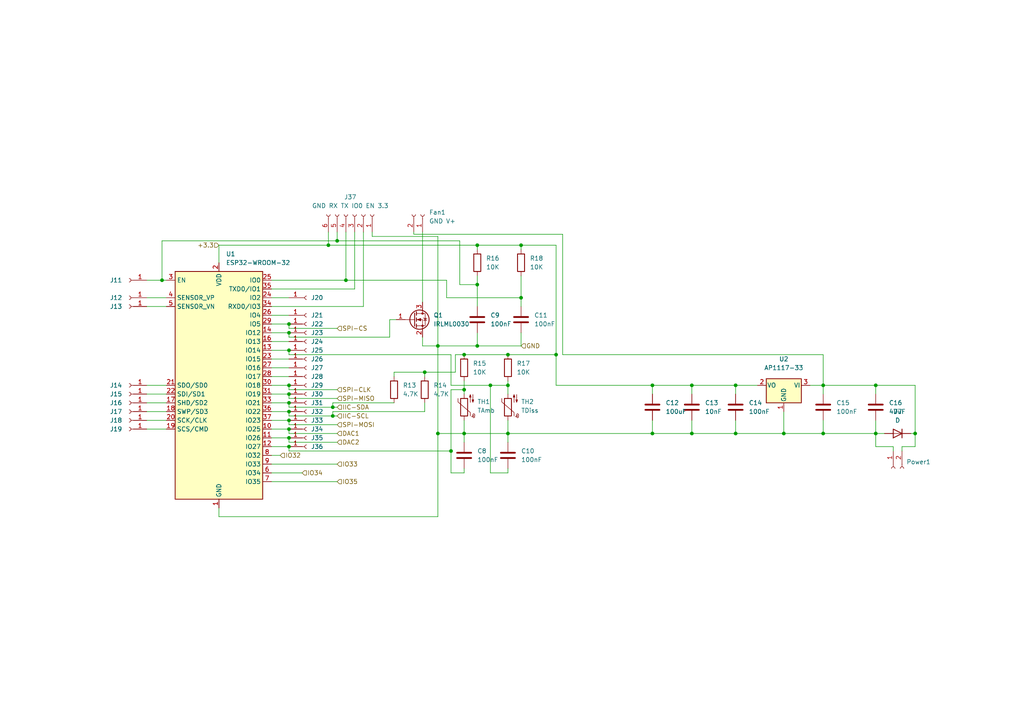
<source format=kicad_sch>
(kicad_sch (version 20211123) (generator eeschema)

  (uuid 938dc300-1655-49ab-8f3c-f0849c707a78)

  (paper "A4")

  (lib_symbols
    (symbol "Connector:Conn_01x01_Female" (pin_names (offset 1.016) hide) (in_bom yes) (on_board yes)
      (property "Reference" "J" (id 0) (at 0 2.54 0)
        (effects (font (size 1.27 1.27)))
      )
      (property "Value" "Conn_01x01_Female" (id 1) (at 0 -2.54 0)
        (effects (font (size 1.27 1.27)))
      )
      (property "Footprint" "" (id 2) (at 0 0 0)
        (effects (font (size 1.27 1.27)) hide)
      )
      (property "Datasheet" "~" (id 3) (at 0 0 0)
        (effects (font (size 1.27 1.27)) hide)
      )
      (property "ki_keywords" "connector" (id 4) (at 0 0 0)
        (effects (font (size 1.27 1.27)) hide)
      )
      (property "ki_description" "Generic connector, single row, 01x01, script generated (kicad-library-utils/schlib/autogen/connector/)" (id 5) (at 0 0 0)
        (effects (font (size 1.27 1.27)) hide)
      )
      (property "ki_fp_filters" "Connector*:*" (id 6) (at 0 0 0)
        (effects (font (size 1.27 1.27)) hide)
      )
      (symbol "Conn_01x01_Female_1_1"
        (polyline
          (pts
            (xy -1.27 0)
            (xy -0.508 0)
          )
          (stroke (width 0.1524) (type default) (color 0 0 0 0))
          (fill (type none))
        )
        (arc (start 0 0.508) (mid -0.508 0) (end 0 -0.508)
          (stroke (width 0.1524) (type default) (color 0 0 0 0))
          (fill (type none))
        )
        (pin passive line (at -5.08 0 0) (length 3.81)
          (name "Pin_1" (effects (font (size 1.27 1.27))))
          (number "1" (effects (font (size 1.27 1.27))))
        )
      )
    )
    (symbol "Connector:Conn_01x02_Female" (pin_names (offset 1.016) hide) (in_bom yes) (on_board yes)
      (property "Reference" "J" (id 0) (at 0 2.54 0)
        (effects (font (size 1.27 1.27)))
      )
      (property "Value" "Conn_01x02_Female" (id 1) (at 0 -5.08 0)
        (effects (font (size 1.27 1.27)))
      )
      (property "Footprint" "" (id 2) (at 0 0 0)
        (effects (font (size 1.27 1.27)) hide)
      )
      (property "Datasheet" "~" (id 3) (at 0 0 0)
        (effects (font (size 1.27 1.27)) hide)
      )
      (property "ki_keywords" "connector" (id 4) (at 0 0 0)
        (effects (font (size 1.27 1.27)) hide)
      )
      (property "ki_description" "Generic connector, single row, 01x02, script generated (kicad-library-utils/schlib/autogen/connector/)" (id 5) (at 0 0 0)
        (effects (font (size 1.27 1.27)) hide)
      )
      (property "ki_fp_filters" "Connector*:*_1x??_*" (id 6) (at 0 0 0)
        (effects (font (size 1.27 1.27)) hide)
      )
      (symbol "Conn_01x02_Female_1_1"
        (arc (start 0 -2.032) (mid -0.508 -2.54) (end 0 -3.048)
          (stroke (width 0.1524) (type default) (color 0 0 0 0))
          (fill (type none))
        )
        (polyline
          (pts
            (xy -1.27 -2.54)
            (xy -0.508 -2.54)
          )
          (stroke (width 0.1524) (type default) (color 0 0 0 0))
          (fill (type none))
        )
        (polyline
          (pts
            (xy -1.27 0)
            (xy -0.508 0)
          )
          (stroke (width 0.1524) (type default) (color 0 0 0 0))
          (fill (type none))
        )
        (arc (start 0 0.508) (mid -0.508 0) (end 0 -0.508)
          (stroke (width 0.1524) (type default) (color 0 0 0 0))
          (fill (type none))
        )
        (pin passive line (at -5.08 0 0) (length 3.81)
          (name "Pin_1" (effects (font (size 1.27 1.27))))
          (number "1" (effects (font (size 1.27 1.27))))
        )
        (pin passive line (at -5.08 -2.54 0) (length 3.81)
          (name "Pin_2" (effects (font (size 1.27 1.27))))
          (number "2" (effects (font (size 1.27 1.27))))
        )
      )
    )
    (symbol "Connector:Conn_01x06_Female" (pin_names (offset 1.016) hide) (in_bom yes) (on_board yes)
      (property "Reference" "J" (id 0) (at 0 7.62 0)
        (effects (font (size 1.27 1.27)))
      )
      (property "Value" "Conn_01x06_Female" (id 1) (at 0 -10.16 0)
        (effects (font (size 1.27 1.27)))
      )
      (property "Footprint" "" (id 2) (at 0 0 0)
        (effects (font (size 1.27 1.27)) hide)
      )
      (property "Datasheet" "~" (id 3) (at 0 0 0)
        (effects (font (size 1.27 1.27)) hide)
      )
      (property "ki_keywords" "connector" (id 4) (at 0 0 0)
        (effects (font (size 1.27 1.27)) hide)
      )
      (property "ki_description" "Generic connector, single row, 01x06, script generated (kicad-library-utils/schlib/autogen/connector/)" (id 5) (at 0 0 0)
        (effects (font (size 1.27 1.27)) hide)
      )
      (property "ki_fp_filters" "Connector*:*_1x??_*" (id 6) (at 0 0 0)
        (effects (font (size 1.27 1.27)) hide)
      )
      (symbol "Conn_01x06_Female_1_1"
        (arc (start 0 -7.112) (mid -0.508 -7.62) (end 0 -8.128)
          (stroke (width 0.1524) (type default) (color 0 0 0 0))
          (fill (type none))
        )
        (arc (start 0 -4.572) (mid -0.508 -5.08) (end 0 -5.588)
          (stroke (width 0.1524) (type default) (color 0 0 0 0))
          (fill (type none))
        )
        (arc (start 0 -2.032) (mid -0.508 -2.54) (end 0 -3.048)
          (stroke (width 0.1524) (type default) (color 0 0 0 0))
          (fill (type none))
        )
        (polyline
          (pts
            (xy -1.27 -7.62)
            (xy -0.508 -7.62)
          )
          (stroke (width 0.1524) (type default) (color 0 0 0 0))
          (fill (type none))
        )
        (polyline
          (pts
            (xy -1.27 -5.08)
            (xy -0.508 -5.08)
          )
          (stroke (width 0.1524) (type default) (color 0 0 0 0))
          (fill (type none))
        )
        (polyline
          (pts
            (xy -1.27 -2.54)
            (xy -0.508 -2.54)
          )
          (stroke (width 0.1524) (type default) (color 0 0 0 0))
          (fill (type none))
        )
        (polyline
          (pts
            (xy -1.27 0)
            (xy -0.508 0)
          )
          (stroke (width 0.1524) (type default) (color 0 0 0 0))
          (fill (type none))
        )
        (polyline
          (pts
            (xy -1.27 2.54)
            (xy -0.508 2.54)
          )
          (stroke (width 0.1524) (type default) (color 0 0 0 0))
          (fill (type none))
        )
        (polyline
          (pts
            (xy -1.27 5.08)
            (xy -0.508 5.08)
          )
          (stroke (width 0.1524) (type default) (color 0 0 0 0))
          (fill (type none))
        )
        (arc (start 0 0.508) (mid -0.508 0) (end 0 -0.508)
          (stroke (width 0.1524) (type default) (color 0 0 0 0))
          (fill (type none))
        )
        (arc (start 0 3.048) (mid -0.508 2.54) (end 0 2.032)
          (stroke (width 0.1524) (type default) (color 0 0 0 0))
          (fill (type none))
        )
        (arc (start 0 5.588) (mid -0.508 5.08) (end 0 4.572)
          (stroke (width 0.1524) (type default) (color 0 0 0 0))
          (fill (type none))
        )
        (pin passive line (at -5.08 5.08 0) (length 3.81)
          (name "Pin_1" (effects (font (size 1.27 1.27))))
          (number "1" (effects (font (size 1.27 1.27))))
        )
        (pin passive line (at -5.08 2.54 0) (length 3.81)
          (name "Pin_2" (effects (font (size 1.27 1.27))))
          (number "2" (effects (font (size 1.27 1.27))))
        )
        (pin passive line (at -5.08 0 0) (length 3.81)
          (name "Pin_3" (effects (font (size 1.27 1.27))))
          (number "3" (effects (font (size 1.27 1.27))))
        )
        (pin passive line (at -5.08 -2.54 0) (length 3.81)
          (name "Pin_4" (effects (font (size 1.27 1.27))))
          (number "4" (effects (font (size 1.27 1.27))))
        )
        (pin passive line (at -5.08 -5.08 0) (length 3.81)
          (name "Pin_5" (effects (font (size 1.27 1.27))))
          (number "5" (effects (font (size 1.27 1.27))))
        )
        (pin passive line (at -5.08 -7.62 0) (length 3.81)
          (name "Pin_6" (effects (font (size 1.27 1.27))))
          (number "6" (effects (font (size 1.27 1.27))))
        )
      )
    )
    (symbol "Device:C" (pin_numbers hide) (pin_names (offset 0.254)) (in_bom yes) (on_board yes)
      (property "Reference" "C" (id 0) (at 0.635 2.54 0)
        (effects (font (size 1.27 1.27)) (justify left))
      )
      (property "Value" "C" (id 1) (at 0.635 -2.54 0)
        (effects (font (size 1.27 1.27)) (justify left))
      )
      (property "Footprint" "" (id 2) (at 0.9652 -3.81 0)
        (effects (font (size 1.27 1.27)) hide)
      )
      (property "Datasheet" "~" (id 3) (at 0 0 0)
        (effects (font (size 1.27 1.27)) hide)
      )
      (property "ki_keywords" "cap capacitor" (id 4) (at 0 0 0)
        (effects (font (size 1.27 1.27)) hide)
      )
      (property "ki_description" "Unpolarized capacitor" (id 5) (at 0 0 0)
        (effects (font (size 1.27 1.27)) hide)
      )
      (property "ki_fp_filters" "C_*" (id 6) (at 0 0 0)
        (effects (font (size 1.27 1.27)) hide)
      )
      (symbol "C_0_1"
        (polyline
          (pts
            (xy -2.032 -0.762)
            (xy 2.032 -0.762)
          )
          (stroke (width 0.508) (type default) (color 0 0 0 0))
          (fill (type none))
        )
        (polyline
          (pts
            (xy -2.032 0.762)
            (xy 2.032 0.762)
          )
          (stroke (width 0.508) (type default) (color 0 0 0 0))
          (fill (type none))
        )
      )
      (symbol "C_1_1"
        (pin passive line (at 0 3.81 270) (length 2.794)
          (name "~" (effects (font (size 1.27 1.27))))
          (number "1" (effects (font (size 1.27 1.27))))
        )
        (pin passive line (at 0 -3.81 90) (length 2.794)
          (name "~" (effects (font (size 1.27 1.27))))
          (number "2" (effects (font (size 1.27 1.27))))
        )
      )
    )
    (symbol "Device:D" (pin_numbers hide) (pin_names (offset 1.016) hide) (in_bom yes) (on_board yes)
      (property "Reference" "D" (id 0) (at 0 2.54 0)
        (effects (font (size 1.27 1.27)))
      )
      (property "Value" "D" (id 1) (at 0 -2.54 0)
        (effects (font (size 1.27 1.27)))
      )
      (property "Footprint" "" (id 2) (at 0 0 0)
        (effects (font (size 1.27 1.27)) hide)
      )
      (property "Datasheet" "~" (id 3) (at 0 0 0)
        (effects (font (size 1.27 1.27)) hide)
      )
      (property "ki_keywords" "diode" (id 4) (at 0 0 0)
        (effects (font (size 1.27 1.27)) hide)
      )
      (property "ki_description" "Diode" (id 5) (at 0 0 0)
        (effects (font (size 1.27 1.27)) hide)
      )
      (property "ki_fp_filters" "TO-???* *_Diode_* *SingleDiode* D_*" (id 6) (at 0 0 0)
        (effects (font (size 1.27 1.27)) hide)
      )
      (symbol "D_0_1"
        (polyline
          (pts
            (xy -1.27 1.27)
            (xy -1.27 -1.27)
          )
          (stroke (width 0.254) (type default) (color 0 0 0 0))
          (fill (type none))
        )
        (polyline
          (pts
            (xy 1.27 0)
            (xy -1.27 0)
          )
          (stroke (width 0) (type default) (color 0 0 0 0))
          (fill (type none))
        )
        (polyline
          (pts
            (xy 1.27 1.27)
            (xy 1.27 -1.27)
            (xy -1.27 0)
            (xy 1.27 1.27)
          )
          (stroke (width 0.254) (type default) (color 0 0 0 0))
          (fill (type none))
        )
      )
      (symbol "D_1_1"
        (pin passive line (at -3.81 0 0) (length 2.54)
          (name "K" (effects (font (size 1.27 1.27))))
          (number "1" (effects (font (size 1.27 1.27))))
        )
        (pin passive line (at 3.81 0 180) (length 2.54)
          (name "A" (effects (font (size 1.27 1.27))))
          (number "2" (effects (font (size 1.27 1.27))))
        )
      )
    )
    (symbol "Device:R" (pin_numbers hide) (pin_names (offset 0)) (in_bom yes) (on_board yes)
      (property "Reference" "R" (id 0) (at 2.032 0 90)
        (effects (font (size 1.27 1.27)))
      )
      (property "Value" "R" (id 1) (at 0 0 90)
        (effects (font (size 1.27 1.27)))
      )
      (property "Footprint" "" (id 2) (at -1.778 0 90)
        (effects (font (size 1.27 1.27)) hide)
      )
      (property "Datasheet" "~" (id 3) (at 0 0 0)
        (effects (font (size 1.27 1.27)) hide)
      )
      (property "ki_keywords" "R res resistor" (id 4) (at 0 0 0)
        (effects (font (size 1.27 1.27)) hide)
      )
      (property "ki_description" "Resistor" (id 5) (at 0 0 0)
        (effects (font (size 1.27 1.27)) hide)
      )
      (property "ki_fp_filters" "R_*" (id 6) (at 0 0 0)
        (effects (font (size 1.27 1.27)) hide)
      )
      (symbol "R_0_1"
        (rectangle (start -1.016 -2.54) (end 1.016 2.54)
          (stroke (width 0.254) (type default) (color 0 0 0 0))
          (fill (type none))
        )
      )
      (symbol "R_1_1"
        (pin passive line (at 0 3.81 270) (length 1.27)
          (name "~" (effects (font (size 1.27 1.27))))
          (number "1" (effects (font (size 1.27 1.27))))
        )
        (pin passive line (at 0 -3.81 90) (length 1.27)
          (name "~" (effects (font (size 1.27 1.27))))
          (number "2" (effects (font (size 1.27 1.27))))
        )
      )
    )
    (symbol "Device:Thermistor_NTC" (pin_numbers hide) (pin_names (offset 0)) (in_bom yes) (on_board yes)
      (property "Reference" "TH" (id 0) (at -4.445 0 90)
        (effects (font (size 1.27 1.27)))
      )
      (property "Value" "Thermistor_NTC" (id 1) (at 3.175 0 90)
        (effects (font (size 1.27 1.27)))
      )
      (property "Footprint" "" (id 2) (at 0 1.27 0)
        (effects (font (size 1.27 1.27)) hide)
      )
      (property "Datasheet" "~" (id 3) (at 0 1.27 0)
        (effects (font (size 1.27 1.27)) hide)
      )
      (property "ki_keywords" "thermistor NTC resistor sensor RTD" (id 4) (at 0 0 0)
        (effects (font (size 1.27 1.27)) hide)
      )
      (property "ki_description" "Temperature dependent resistor, negative temperature coefficient" (id 5) (at 0 0 0)
        (effects (font (size 1.27 1.27)) hide)
      )
      (property "ki_fp_filters" "*NTC* *Thermistor* PIN?ARRAY* bornier* *Terminal?Block* R_*" (id 6) (at 0 0 0)
        (effects (font (size 1.27 1.27)) hide)
      )
      (symbol "Thermistor_NTC_0_1"
        (arc (start -3.048 2.159) (mid -3.0505 2.3165) (end -3.175 2.413)
          (stroke (width 0) (type default) (color 0 0 0 0))
          (fill (type none))
        )
        (arc (start -3.048 2.159) (mid -2.9736 1.9794) (end -2.794 1.905)
          (stroke (width 0) (type default) (color 0 0 0 0))
          (fill (type none))
        )
        (arc (start -3.048 2.794) (mid -2.9736 2.6144) (end -2.794 2.54)
          (stroke (width 0) (type default) (color 0 0 0 0))
          (fill (type none))
        )
        (arc (start -2.794 1.905) (mid -2.6144 1.9794) (end -2.54 2.159)
          (stroke (width 0) (type default) (color 0 0 0 0))
          (fill (type none))
        )
        (arc (start -2.794 2.54) (mid -2.434 2.5608) (end -2.159 2.794)
          (stroke (width 0) (type default) (color 0 0 0 0))
          (fill (type none))
        )
        (arc (start -2.794 3.048) (mid -2.9736 2.9736) (end -3.048 2.794)
          (stroke (width 0) (type default) (color 0 0 0 0))
          (fill (type none))
        )
        (arc (start -2.54 2.794) (mid -2.6144 2.9736) (end -2.794 3.048)
          (stroke (width 0) (type default) (color 0 0 0 0))
          (fill (type none))
        )
        (rectangle (start -1.016 2.54) (end 1.016 -2.54)
          (stroke (width 0.254) (type default) (color 0 0 0 0))
          (fill (type none))
        )
        (polyline
          (pts
            (xy -2.54 2.159)
            (xy -2.54 2.794)
          )
          (stroke (width 0) (type default) (color 0 0 0 0))
          (fill (type none))
        )
        (polyline
          (pts
            (xy -1.778 2.54)
            (xy -1.778 1.524)
            (xy 1.778 -1.524)
            (xy 1.778 -2.54)
          )
          (stroke (width 0) (type default) (color 0 0 0 0))
          (fill (type none))
        )
        (polyline
          (pts
            (xy -2.54 -3.683)
            (xy -2.54 -1.397)
            (xy -2.794 -2.159)
            (xy -2.286 -2.159)
            (xy -2.54 -1.397)
            (xy -2.54 -1.651)
          )
          (stroke (width 0) (type default) (color 0 0 0 0))
          (fill (type outline))
        )
        (polyline
          (pts
            (xy -1.778 -1.397)
            (xy -1.778 -3.683)
            (xy -2.032 -2.921)
            (xy -1.524 -2.921)
            (xy -1.778 -3.683)
            (xy -1.778 -3.429)
          )
          (stroke (width 0) (type default) (color 0 0 0 0))
          (fill (type outline))
        )
      )
      (symbol "Thermistor_NTC_1_1"
        (pin passive line (at 0 3.81 270) (length 1.27)
          (name "~" (effects (font (size 1.27 1.27))))
          (number "1" (effects (font (size 1.27 1.27))))
        )
        (pin passive line (at 0 -3.81 90) (length 1.27)
          (name "~" (effects (font (size 1.27 1.27))))
          (number "2" (effects (font (size 1.27 1.27))))
        )
      )
    )
    (symbol "RF_Module:ESP32-WROOM-32" (in_bom yes) (on_board yes)
      (property "Reference" "U" (id 0) (at -12.7 34.29 0)
        (effects (font (size 1.27 1.27)) (justify left))
      )
      (property "Value" "ESP32-WROOM-32" (id 1) (at 1.27 34.29 0)
        (effects (font (size 1.27 1.27)) (justify left))
      )
      (property "Footprint" "RF_Module:ESP32-WROOM-32" (id 2) (at 0 -38.1 0)
        (effects (font (size 1.27 1.27)) hide)
      )
      (property "Datasheet" "https://www.espressif.com/sites/default/files/documentation/esp32-wroom-32_datasheet_en.pdf" (id 3) (at -7.62 1.27 0)
        (effects (font (size 1.27 1.27)) hide)
      )
      (property "ki_keywords" "RF Radio BT ESP ESP32 Espressif onboard PCB antenna" (id 4) (at 0 0 0)
        (effects (font (size 1.27 1.27)) hide)
      )
      (property "ki_description" "RF Module, ESP32-D0WDQ6 SoC, Wi-Fi 802.11b/g/n, Bluetooth, BLE, 32-bit, 2.7-3.6V, onboard antenna, SMD" (id 5) (at 0 0 0)
        (effects (font (size 1.27 1.27)) hide)
      )
      (property "ki_fp_filters" "ESP32?WROOM?32*" (id 6) (at 0 0 0)
        (effects (font (size 1.27 1.27)) hide)
      )
      (symbol "ESP32-WROOM-32_0_1"
        (rectangle (start -12.7 33.02) (end 12.7 -33.02)
          (stroke (width 0.254) (type default) (color 0 0 0 0))
          (fill (type background))
        )
      )
      (symbol "ESP32-WROOM-32_1_1"
        (pin power_in line (at 0 -35.56 90) (length 2.54)
          (name "GND" (effects (font (size 1.27 1.27))))
          (number "1" (effects (font (size 1.27 1.27))))
        )
        (pin bidirectional line (at 15.24 -12.7 180) (length 2.54)
          (name "IO25" (effects (font (size 1.27 1.27))))
          (number "10" (effects (font (size 1.27 1.27))))
        )
        (pin bidirectional line (at 15.24 -15.24 180) (length 2.54)
          (name "IO26" (effects (font (size 1.27 1.27))))
          (number "11" (effects (font (size 1.27 1.27))))
        )
        (pin bidirectional line (at 15.24 -17.78 180) (length 2.54)
          (name "IO27" (effects (font (size 1.27 1.27))))
          (number "12" (effects (font (size 1.27 1.27))))
        )
        (pin bidirectional line (at 15.24 10.16 180) (length 2.54)
          (name "IO14" (effects (font (size 1.27 1.27))))
          (number "13" (effects (font (size 1.27 1.27))))
        )
        (pin bidirectional line (at 15.24 15.24 180) (length 2.54)
          (name "IO12" (effects (font (size 1.27 1.27))))
          (number "14" (effects (font (size 1.27 1.27))))
        )
        (pin passive line (at 0 -35.56 90) (length 2.54) hide
          (name "GND" (effects (font (size 1.27 1.27))))
          (number "15" (effects (font (size 1.27 1.27))))
        )
        (pin bidirectional line (at 15.24 12.7 180) (length 2.54)
          (name "IO13" (effects (font (size 1.27 1.27))))
          (number "16" (effects (font (size 1.27 1.27))))
        )
        (pin bidirectional line (at -15.24 -5.08 0) (length 2.54)
          (name "SHD/SD2" (effects (font (size 1.27 1.27))))
          (number "17" (effects (font (size 1.27 1.27))))
        )
        (pin bidirectional line (at -15.24 -7.62 0) (length 2.54)
          (name "SWP/SD3" (effects (font (size 1.27 1.27))))
          (number "18" (effects (font (size 1.27 1.27))))
        )
        (pin bidirectional line (at -15.24 -12.7 0) (length 2.54)
          (name "SCS/CMD" (effects (font (size 1.27 1.27))))
          (number "19" (effects (font (size 1.27 1.27))))
        )
        (pin power_in line (at 0 35.56 270) (length 2.54)
          (name "VDD" (effects (font (size 1.27 1.27))))
          (number "2" (effects (font (size 1.27 1.27))))
        )
        (pin bidirectional line (at -15.24 -10.16 0) (length 2.54)
          (name "SCK/CLK" (effects (font (size 1.27 1.27))))
          (number "20" (effects (font (size 1.27 1.27))))
        )
        (pin bidirectional line (at -15.24 0 0) (length 2.54)
          (name "SDO/SD0" (effects (font (size 1.27 1.27))))
          (number "21" (effects (font (size 1.27 1.27))))
        )
        (pin bidirectional line (at -15.24 -2.54 0) (length 2.54)
          (name "SDI/SD1" (effects (font (size 1.27 1.27))))
          (number "22" (effects (font (size 1.27 1.27))))
        )
        (pin bidirectional line (at 15.24 7.62 180) (length 2.54)
          (name "IO15" (effects (font (size 1.27 1.27))))
          (number "23" (effects (font (size 1.27 1.27))))
        )
        (pin bidirectional line (at 15.24 25.4 180) (length 2.54)
          (name "IO2" (effects (font (size 1.27 1.27))))
          (number "24" (effects (font (size 1.27 1.27))))
        )
        (pin bidirectional line (at 15.24 30.48 180) (length 2.54)
          (name "IO0" (effects (font (size 1.27 1.27))))
          (number "25" (effects (font (size 1.27 1.27))))
        )
        (pin bidirectional line (at 15.24 20.32 180) (length 2.54)
          (name "IO4" (effects (font (size 1.27 1.27))))
          (number "26" (effects (font (size 1.27 1.27))))
        )
        (pin bidirectional line (at 15.24 5.08 180) (length 2.54)
          (name "IO16" (effects (font (size 1.27 1.27))))
          (number "27" (effects (font (size 1.27 1.27))))
        )
        (pin bidirectional line (at 15.24 2.54 180) (length 2.54)
          (name "IO17" (effects (font (size 1.27 1.27))))
          (number "28" (effects (font (size 1.27 1.27))))
        )
        (pin bidirectional line (at 15.24 17.78 180) (length 2.54)
          (name "IO5" (effects (font (size 1.27 1.27))))
          (number "29" (effects (font (size 1.27 1.27))))
        )
        (pin input line (at -15.24 30.48 0) (length 2.54)
          (name "EN" (effects (font (size 1.27 1.27))))
          (number "3" (effects (font (size 1.27 1.27))))
        )
        (pin bidirectional line (at 15.24 0 180) (length 2.54)
          (name "IO18" (effects (font (size 1.27 1.27))))
          (number "30" (effects (font (size 1.27 1.27))))
        )
        (pin bidirectional line (at 15.24 -2.54 180) (length 2.54)
          (name "IO19" (effects (font (size 1.27 1.27))))
          (number "31" (effects (font (size 1.27 1.27))))
        )
        (pin no_connect line (at -12.7 -27.94 0) (length 2.54) hide
          (name "NC" (effects (font (size 1.27 1.27))))
          (number "32" (effects (font (size 1.27 1.27))))
        )
        (pin bidirectional line (at 15.24 -5.08 180) (length 2.54)
          (name "IO21" (effects (font (size 1.27 1.27))))
          (number "33" (effects (font (size 1.27 1.27))))
        )
        (pin bidirectional line (at 15.24 22.86 180) (length 2.54)
          (name "RXD0/IO3" (effects (font (size 1.27 1.27))))
          (number "34" (effects (font (size 1.27 1.27))))
        )
        (pin bidirectional line (at 15.24 27.94 180) (length 2.54)
          (name "TXD0/IO1" (effects (font (size 1.27 1.27))))
          (number "35" (effects (font (size 1.27 1.27))))
        )
        (pin bidirectional line (at 15.24 -7.62 180) (length 2.54)
          (name "IO22" (effects (font (size 1.27 1.27))))
          (number "36" (effects (font (size 1.27 1.27))))
        )
        (pin bidirectional line (at 15.24 -10.16 180) (length 2.54)
          (name "IO23" (effects (font (size 1.27 1.27))))
          (number "37" (effects (font (size 1.27 1.27))))
        )
        (pin passive line (at 0 -35.56 90) (length 2.54) hide
          (name "GND" (effects (font (size 1.27 1.27))))
          (number "38" (effects (font (size 1.27 1.27))))
        )
        (pin passive line (at 0 -35.56 90) (length 2.54) hide
          (name "GND" (effects (font (size 1.27 1.27))))
          (number "39" (effects (font (size 1.27 1.27))))
        )
        (pin input line (at -15.24 25.4 0) (length 2.54)
          (name "SENSOR_VP" (effects (font (size 1.27 1.27))))
          (number "4" (effects (font (size 1.27 1.27))))
        )
        (pin input line (at -15.24 22.86 0) (length 2.54)
          (name "SENSOR_VN" (effects (font (size 1.27 1.27))))
          (number "5" (effects (font (size 1.27 1.27))))
        )
        (pin input line (at 15.24 -25.4 180) (length 2.54)
          (name "IO34" (effects (font (size 1.27 1.27))))
          (number "6" (effects (font (size 1.27 1.27))))
        )
        (pin input line (at 15.24 -27.94 180) (length 2.54)
          (name "IO35" (effects (font (size 1.27 1.27))))
          (number "7" (effects (font (size 1.27 1.27))))
        )
        (pin bidirectional line (at 15.24 -20.32 180) (length 2.54)
          (name "IO32" (effects (font (size 1.27 1.27))))
          (number "8" (effects (font (size 1.27 1.27))))
        )
        (pin bidirectional line (at 15.24 -22.86 180) (length 2.54)
          (name "IO33" (effects (font (size 1.27 1.27))))
          (number "9" (effects (font (size 1.27 1.27))))
        )
      )
    )
    (symbol "Regulator_Linear:AP1117-33" (pin_names (offset 0.254)) (in_bom yes) (on_board yes)
      (property "Reference" "U" (id 0) (at -3.81 3.175 0)
        (effects (font (size 1.27 1.27)))
      )
      (property "Value" "AP1117-33" (id 1) (at 0 3.175 0)
        (effects (font (size 1.27 1.27)) (justify left))
      )
      (property "Footprint" "Package_TO_SOT_SMD:SOT-223-3_TabPin2" (id 2) (at 0 5.08 0)
        (effects (font (size 1.27 1.27)) hide)
      )
      (property "Datasheet" "http://www.diodes.com/datasheets/AP1117.pdf" (id 3) (at 2.54 -6.35 0)
        (effects (font (size 1.27 1.27)) hide)
      )
      (property "ki_keywords" "linear regulator ldo fixed positive obsolete" (id 4) (at 0 0 0)
        (effects (font (size 1.27 1.27)) hide)
      )
      (property "ki_description" "1A Low Dropout regulator, positive, 3.3V fixed output, SOT-223" (id 5) (at 0 0 0)
        (effects (font (size 1.27 1.27)) hide)
      )
      (property "ki_fp_filters" "SOT?223*TabPin2*" (id 6) (at 0 0 0)
        (effects (font (size 1.27 1.27)) hide)
      )
      (symbol "AP1117-33_0_1"
        (rectangle (start -5.08 -5.08) (end 5.08 1.905)
          (stroke (width 0.254) (type default) (color 0 0 0 0))
          (fill (type background))
        )
      )
      (symbol "AP1117-33_1_1"
        (pin power_in line (at 0 -7.62 90) (length 2.54)
          (name "GND" (effects (font (size 1.27 1.27))))
          (number "1" (effects (font (size 1.27 1.27))))
        )
        (pin power_out line (at 7.62 0 180) (length 2.54)
          (name "VO" (effects (font (size 1.27 1.27))))
          (number "2" (effects (font (size 1.27 1.27))))
        )
        (pin power_in line (at -7.62 0 0) (length 2.54)
          (name "VI" (effects (font (size 1.27 1.27))))
          (number "3" (effects (font (size 1.27 1.27))))
        )
      )
    )
    (symbol "Transistor_FET:IRLML0030" (pin_names hide) (in_bom yes) (on_board yes)
      (property "Reference" "Q" (id 0) (at 5.08 1.905 0)
        (effects (font (size 1.27 1.27)) (justify left))
      )
      (property "Value" "IRLML0030" (id 1) (at 5.08 0 0)
        (effects (font (size 1.27 1.27)) (justify left))
      )
      (property "Footprint" "Package_TO_SOT_SMD:SOT-23" (id 2) (at 5.08 -1.905 0)
        (effects (font (size 1.27 1.27) italic) (justify left) hide)
      )
      (property "Datasheet" "https://www.infineon.com/dgdl/irlml0030pbf.pdf?fileId=5546d462533600a401535664773825df" (id 3) (at 0 0 0)
        (effects (font (size 1.27 1.27)) (justify left) hide)
      )
      (property "ki_keywords" "N-Channel HEXFET MOSFET Logic-Level" (id 4) (at 0 0 0)
        (effects (font (size 1.27 1.27)) hide)
      )
      (property "ki_description" "5.3A Id, 30V Vds, 27mOhm Rds, N-Channel HEXFET Power MOSFET, SOT-23" (id 5) (at 0 0 0)
        (effects (font (size 1.27 1.27)) hide)
      )
      (property "ki_fp_filters" "SOT?23*" (id 6) (at 0 0 0)
        (effects (font (size 1.27 1.27)) hide)
      )
      (symbol "IRLML0030_0_1"
        (polyline
          (pts
            (xy 0.254 0)
            (xy -2.54 0)
          )
          (stroke (width 0) (type default) (color 0 0 0 0))
          (fill (type none))
        )
        (polyline
          (pts
            (xy 0.254 1.905)
            (xy 0.254 -1.905)
          )
          (stroke (width 0.254) (type default) (color 0 0 0 0))
          (fill (type none))
        )
        (polyline
          (pts
            (xy 0.762 -1.27)
            (xy 0.762 -2.286)
          )
          (stroke (width 0.254) (type default) (color 0 0 0 0))
          (fill (type none))
        )
        (polyline
          (pts
            (xy 0.762 0.508)
            (xy 0.762 -0.508)
          )
          (stroke (width 0.254) (type default) (color 0 0 0 0))
          (fill (type none))
        )
        (polyline
          (pts
            (xy 0.762 2.286)
            (xy 0.762 1.27)
          )
          (stroke (width 0.254) (type default) (color 0 0 0 0))
          (fill (type none))
        )
        (polyline
          (pts
            (xy 2.54 2.54)
            (xy 2.54 1.778)
          )
          (stroke (width 0) (type default) (color 0 0 0 0))
          (fill (type none))
        )
        (polyline
          (pts
            (xy 2.54 -2.54)
            (xy 2.54 0)
            (xy 0.762 0)
          )
          (stroke (width 0) (type default) (color 0 0 0 0))
          (fill (type none))
        )
        (polyline
          (pts
            (xy 0.762 -1.778)
            (xy 3.302 -1.778)
            (xy 3.302 1.778)
            (xy 0.762 1.778)
          )
          (stroke (width 0) (type default) (color 0 0 0 0))
          (fill (type none))
        )
        (polyline
          (pts
            (xy 1.016 0)
            (xy 2.032 0.381)
            (xy 2.032 -0.381)
            (xy 1.016 0)
          )
          (stroke (width 0) (type default) (color 0 0 0 0))
          (fill (type outline))
        )
        (polyline
          (pts
            (xy 2.794 0.508)
            (xy 2.921 0.381)
            (xy 3.683 0.381)
            (xy 3.81 0.254)
          )
          (stroke (width 0) (type default) (color 0 0 0 0))
          (fill (type none))
        )
        (polyline
          (pts
            (xy 3.302 0.381)
            (xy 2.921 -0.254)
            (xy 3.683 -0.254)
            (xy 3.302 0.381)
          )
          (stroke (width 0) (type default) (color 0 0 0 0))
          (fill (type none))
        )
        (circle (center 1.651 0) (radius 2.794)
          (stroke (width 0.254) (type default) (color 0 0 0 0))
          (fill (type none))
        )
        (circle (center 2.54 -1.778) (radius 0.254)
          (stroke (width 0) (type default) (color 0 0 0 0))
          (fill (type outline))
        )
        (circle (center 2.54 1.778) (radius 0.254)
          (stroke (width 0) (type default) (color 0 0 0 0))
          (fill (type outline))
        )
      )
      (symbol "IRLML0030_1_1"
        (pin input line (at -5.08 0 0) (length 2.54)
          (name "G" (effects (font (size 1.27 1.27))))
          (number "1" (effects (font (size 1.27 1.27))))
        )
        (pin passive line (at 2.54 -5.08 90) (length 2.54)
          (name "S" (effects (font (size 1.27 1.27))))
          (number "2" (effects (font (size 1.27 1.27))))
        )
        (pin passive line (at 2.54 5.08 270) (length 2.54)
          (name "D" (effects (font (size 1.27 1.27))))
          (number "3" (effects (font (size 1.27 1.27))))
        )
      )
    )
  )

  (junction (at 138.43 82.55) (diameter 0) (color 0 0 0 0)
    (uuid 0d8f75cd-0b83-4543-ae7c-d647edde10e6)
  )
  (junction (at 138.43 71.12) (diameter 0) (color 0 0 0 0)
    (uuid 15ac55c6-060d-40d4-b97b-8a67ef1bb523)
  )
  (junction (at 83.82 96.52) (diameter 0) (color 0 0 0 0)
    (uuid 1c6d2776-2739-4f5b-816c-e2b30d68de8e)
  )
  (junction (at 130.81 130.81) (diameter 0) (color 0 0 0 0)
    (uuid 20c59c9c-efc6-4c9a-947b-eebda750ef1a)
  )
  (junction (at 138.43 100.33) (diameter 0) (color 0 0 0 0)
    (uuid 25ce85be-1912-4dfb-9709-7b025bf9558f)
  )
  (junction (at 95.25 71.12) (diameter 0) (color 0 0 0 0)
    (uuid 2687c750-11f4-41b7-a5fa-392ac40bc488)
  )
  (junction (at 151.13 71.12) (diameter 0) (color 0 0 0 0)
    (uuid 27389de4-2ee5-4ffe-b7ae-2fd6b7233ddc)
  )
  (junction (at 100.33 81.28) (diameter 0) (color 0 0 0 0)
    (uuid 2c18e005-d6e6-46ba-bb37-34f63eff1a7e)
  )
  (junction (at 46.99 81.28) (diameter 0) (color 0 0 0 0)
    (uuid 2c416241-aa97-4c33-ae2f-562b8d0cd0ad)
  )
  (junction (at 83.82 124.46) (diameter 0) (color 0 0 0 0)
    (uuid 3217c754-382e-4d3b-929c-dc65ffaf8f0e)
  )
  (junction (at 238.76 111.76) (diameter 0) (color 0 0 0 0)
    (uuid 3233d045-9851-44b0-b22a-49469d09b47a)
  )
  (junction (at 147.32 125.73) (diameter 0) (color 0 0 0 0)
    (uuid 3f840ba8-88b8-4fc1-9c5c-292bbf94852b)
  )
  (junction (at 134.62 125.73) (diameter 0) (color 0 0 0 0)
    (uuid 3f93c98b-47aa-4f32-b2c7-04450b3c04ac)
  )
  (junction (at 127 125.73) (diameter 0) (color 0 0 0 0)
    (uuid 42422089-ce19-4082-8f20-527712565544)
  )
  (junction (at 127 100.33) (diameter 0) (color 0 0 0 0)
    (uuid 42da9c4a-5745-42e4-869c-5df92d6455c4)
  )
  (junction (at 96.52 118.11) (diameter 0) (color 0 0 0 0)
    (uuid 4531f852-a90b-45e7-a259-4489ccfc826a)
  )
  (junction (at 134.62 113.03) (diameter 0) (color 0 0 0 0)
    (uuid 453ce104-8fa7-4cd1-89d3-6e5f8f4c2d27)
  )
  (junction (at 189.23 111.76) (diameter 0) (color 0 0 0 0)
    (uuid 46326251-815f-441e-ab69-6d36ce073253)
  )
  (junction (at 83.82 119.38) (diameter 0) (color 0 0 0 0)
    (uuid 4b21637c-c1a5-4afb-8abd-8848c5e74d77)
  )
  (junction (at 83.82 127) (diameter 0) (color 0 0 0 0)
    (uuid 51cc8a85-dbae-4feb-b52c-d2e050286366)
  )
  (junction (at 265.43 125.73) (diameter 0) (color 0 0 0 0)
    (uuid 55d09fd4-9cbc-425f-b255-15a39bd56cd2)
  )
  (junction (at 213.36 111.76) (diameter 0) (color 0 0 0 0)
    (uuid 5a19a54c-bc2e-42fe-bb6d-e0ae13c191a8)
  )
  (junction (at 142.24 111.76) (diameter 0) (color 0 0 0 0)
    (uuid 5b37517f-890e-4746-981e-cb81e06f964d)
  )
  (junction (at 134.62 102.87) (diameter 0) (color 0 0 0 0)
    (uuid 5ba6cded-03b4-4990-9f78-fd9f5f421f89)
  )
  (junction (at 83.82 93.98) (diameter 0) (color 0 0 0 0)
    (uuid 6e0a0520-4b44-46dd-b7e8-2d8afb75e949)
  )
  (junction (at 83.82 111.76) (diameter 0) (color 0 0 0 0)
    (uuid 6f8a49f2-53f3-428b-bac5-944201a0674f)
  )
  (junction (at 83.82 101.6) (diameter 0) (color 0 0 0 0)
    (uuid 7242723c-3179-4610-a122-9b1dcbf29fbe)
  )
  (junction (at 97.79 69.85) (diameter 0) (color 0 0 0 0)
    (uuid 741aadd5-62c7-4078-bc2b-973d4715ba65)
  )
  (junction (at 83.82 129.54) (diameter 0) (color 0 0 0 0)
    (uuid 7ee553ac-f4f6-4c74-8181-addcfdfd2628)
  )
  (junction (at 161.29 102.87) (diameter 0) (color 0 0 0 0)
    (uuid 868c5ea0-d156-4f78-9e00-ba65b0287ca8)
  )
  (junction (at 238.76 125.73) (diameter 0) (color 0 0 0 0)
    (uuid 86bdb7ff-b183-4320-9105-a2f3ae295a74)
  )
  (junction (at 213.36 125.73) (diameter 0) (color 0 0 0 0)
    (uuid 97eb45fa-745f-4e8b-87e3-d78041cc0269)
  )
  (junction (at 227.33 125.73) (diameter 0) (color 0 0 0 0)
    (uuid 9e891be4-c6a4-40fc-918f-187def93d6c7)
  )
  (junction (at 200.66 111.76) (diameter 0) (color 0 0 0 0)
    (uuid 9eb628e2-7147-46e9-8250-6990da0b8c12)
  )
  (junction (at 123.19 107.95) (diameter 0) (color 0 0 0 0)
    (uuid a08a5d5a-e7df-4e26-b993-c134d4496a8c)
  )
  (junction (at 96.52 120.65) (diameter 0) (color 0 0 0 0)
    (uuid a1713de7-f603-4e65-b7dc-e7e854e2267d)
  )
  (junction (at 83.82 114.3) (diameter 0) (color 0 0 0 0)
    (uuid ab2e068a-a259-4257-bccf-62b86b6fb5f0)
  )
  (junction (at 189.23 125.73) (diameter 0) (color 0 0 0 0)
    (uuid ac2489bb-e33d-4007-890a-ba7fb315d8b6)
  )
  (junction (at 147.32 111.76) (diameter 0) (color 0 0 0 0)
    (uuid b8b0cefe-4db0-4dd6-b26b-e227cbb24e7d)
  )
  (junction (at 83.82 116.84) (diameter 0) (color 0 0 0 0)
    (uuid c20964b2-9e37-40db-b22f-0ad4ea65ace9)
  )
  (junction (at 151.13 86.36) (diameter 0) (color 0 0 0 0)
    (uuid cc866a56-95f7-4062-90c1-5b0572fb8b19)
  )
  (junction (at 200.66 125.73) (diameter 0) (color 0 0 0 0)
    (uuid d2fc03f4-554c-42d8-aa63-128b3e1a21c3)
  )
  (junction (at 147.32 102.87) (diameter 0) (color 0 0 0 0)
    (uuid d40919cd-7e7b-4ab0-bb94-4c9c65b0a9af)
  )
  (junction (at 254 125.73) (diameter 0) (color 0 0 0 0)
    (uuid dddf4163-236b-4ce7-83aa-89ec5a9aab39)
  )
  (junction (at 254 111.76) (diameter 0) (color 0 0 0 0)
    (uuid e9eba0e9-b355-4ee0-9a0f-ad4340baeed1)
  )
  (junction (at 83.82 121.92) (diameter 0) (color 0 0 0 0)
    (uuid fe293f8e-c7c3-4b44-a505-0195b65c90f0)
  )

  (wire (pts (xy 147.32 125.73) (xy 189.23 125.73))
    (stroke (width 0) (type default) (color 0 0 0 0))
    (uuid 02ffca82-9430-4918-93a4-4370ded5af16)
  )
  (wire (pts (xy 130.81 111.76) (xy 142.24 111.76))
    (stroke (width 0) (type default) (color 0 0 0 0))
    (uuid 0376fb61-3db8-44ca-858d-17b3ff88b44a)
  )
  (wire (pts (xy 151.13 86.36) (xy 151.13 88.9))
    (stroke (width 0) (type default) (color 0 0 0 0))
    (uuid 09e1ddf5-a0e5-491b-8db8-8e8c7b592a5a)
  )
  (wire (pts (xy 130.81 130.81) (xy 130.81 113.03))
    (stroke (width 0) (type default) (color 0 0 0 0))
    (uuid 0b0ab2f9-b525-4231-aa59-2c1b00598b07)
  )
  (wire (pts (xy 161.29 71.12) (xy 151.13 71.12))
    (stroke (width 0) (type default) (color 0 0 0 0))
    (uuid 0ba71ce0-4d83-43aa-8f01-6ed685e08055)
  )
  (wire (pts (xy 238.76 121.92) (xy 238.76 125.73))
    (stroke (width 0) (type default) (color 0 0 0 0))
    (uuid 0d37756e-44bf-4d9c-b09d-dfb56dd1da83)
  )
  (wire (pts (xy 264.16 125.73) (xy 265.43 125.73))
    (stroke (width 0) (type default) (color 0 0 0 0))
    (uuid 10e85a64-7939-4098-aeb0-00542c8e8ea9)
  )
  (wire (pts (xy 189.23 111.76) (xy 189.23 114.3))
    (stroke (width 0) (type default) (color 0 0 0 0))
    (uuid 11562303-3dec-4cfb-a84f-22fcca49384e)
  )
  (wire (pts (xy 132.08 102.87) (xy 134.62 102.87))
    (stroke (width 0) (type default) (color 0 0 0 0))
    (uuid 12d152e2-92ac-4a00-92fb-07bd2f73c800)
  )
  (wire (pts (xy 227.33 125.73) (xy 227.33 119.38))
    (stroke (width 0) (type default) (color 0 0 0 0))
    (uuid 132ed57a-4226-420a-a3fe-2745b189acbe)
  )
  (wire (pts (xy 63.5 149.86) (xy 127 149.86))
    (stroke (width 0) (type default) (color 0 0 0 0))
    (uuid 133e146e-70f8-4059-a1f1-c547ed3d407e)
  )
  (wire (pts (xy 122.555 97.79) (xy 122.555 100.33))
    (stroke (width 0) (type default) (color 0 0 0 0))
    (uuid 136dcc7b-7931-4aa9-af01-bd6853fb3726)
  )
  (wire (pts (xy 78.74 96.52) (xy 83.82 96.52))
    (stroke (width 0) (type default) (color 0 0 0 0))
    (uuid 14c06593-74d2-4dac-9531-d04af0f898cd)
  )
  (wire (pts (xy 107.95 67.31) (xy 107.95 68.58))
    (stroke (width 0) (type default) (color 0 0 0 0))
    (uuid 16662cc9-b0ba-4a7f-98fa-2249987cb3aa)
  )
  (wire (pts (xy 78.74 91.44) (xy 83.82 91.44))
    (stroke (width 0) (type default) (color 0 0 0 0))
    (uuid 191c3594-be5d-4cd0-aea9-278bc3642650)
  )
  (wire (pts (xy 96.52 120.65) (xy 97.79 120.65))
    (stroke (width 0) (type default) (color 0 0 0 0))
    (uuid 1adafeda-80e4-4bbb-8f4d-f2c56d748a8f)
  )
  (wire (pts (xy 147.32 135.89) (xy 147.32 137.16))
    (stroke (width 0) (type default) (color 0 0 0 0))
    (uuid 1af7e45e-4396-4fd8-837c-875410ebc9aa)
  )
  (wire (pts (xy 147.32 137.16) (xy 142.24 137.16))
    (stroke (width 0) (type default) (color 0 0 0 0))
    (uuid 1bd7017f-02e3-4e85-aa8d-19fc93845399)
  )
  (wire (pts (xy 138.43 72.39) (xy 138.43 71.12))
    (stroke (width 0) (type default) (color 0 0 0 0))
    (uuid 1d32f210-89ec-4c4f-98f2-783241a55c4a)
  )
  (wire (pts (xy 78.74 119.38) (xy 83.82 119.38))
    (stroke (width 0) (type default) (color 0 0 0 0))
    (uuid 1daae712-d629-42bd-a9fe-23075f14b716)
  )
  (wire (pts (xy 151.13 96.52) (xy 151.13 100.33))
    (stroke (width 0) (type default) (color 0 0 0 0))
    (uuid 21478ec6-6265-43d0-a19b-5edf40369285)
  )
  (wire (pts (xy 83.82 119.38) (xy 83.82 120.65))
    (stroke (width 0) (type default) (color 0 0 0 0))
    (uuid 222138b5-d6cb-4a76-bfb4-ba0550dad945)
  )
  (wire (pts (xy 114.3 107.95) (xy 123.19 107.95))
    (stroke (width 0) (type default) (color 0 0 0 0))
    (uuid 233babc5-2ee1-4db1-a7ad-33f8202317a2)
  )
  (wire (pts (xy 83.82 120.65) (xy 96.52 120.65))
    (stroke (width 0) (type default) (color 0 0 0 0))
    (uuid 265edf09-7837-44bd-bbba-e573c921fdc9)
  )
  (wire (pts (xy 78.74 86.36) (xy 83.82 86.36))
    (stroke (width 0) (type default) (color 0 0 0 0))
    (uuid 29629dc5-bae3-4d09-94ec-a776cbb9e601)
  )
  (wire (pts (xy 200.66 111.76) (xy 213.36 111.76))
    (stroke (width 0) (type default) (color 0 0 0 0))
    (uuid 2ac72c56-d273-490c-a679-95d110389a4b)
  )
  (wire (pts (xy 83.82 95.25) (xy 97.79 95.25))
    (stroke (width 0) (type default) (color 0 0 0 0))
    (uuid 2b105259-b74a-4f31-9874-997426a950b8)
  )
  (wire (pts (xy 200.66 111.76) (xy 200.66 114.3))
    (stroke (width 0) (type default) (color 0 0 0 0))
    (uuid 37517da0-157d-4aaa-a354-37579dd14888)
  )
  (wire (pts (xy 123.19 119.38) (xy 96.52 119.38))
    (stroke (width 0) (type default) (color 0 0 0 0))
    (uuid 37762020-bb4b-488a-9ab3-452e399534f5)
  )
  (wire (pts (xy 161.29 111.76) (xy 161.29 102.87))
    (stroke (width 0) (type default) (color 0 0 0 0))
    (uuid 37bd71fc-ef0e-4ac0-86d8-6ef7117b1e86)
  )
  (wire (pts (xy 105.41 67.31) (xy 105.41 88.9))
    (stroke (width 0) (type default) (color 0 0 0 0))
    (uuid 3c7ed217-c92c-408a-9c71-0500b48a9101)
  )
  (wire (pts (xy 46.99 69.85) (xy 97.79 69.85))
    (stroke (width 0) (type default) (color 0 0 0 0))
    (uuid 3f2889a2-9fa8-4a74-8a4f-2a1fc0df6a50)
  )
  (wire (pts (xy 127 125.73) (xy 127 149.86))
    (stroke (width 0) (type default) (color 0 0 0 0))
    (uuid 3f6cc159-4f0b-4554-858f-6cfe9fba5461)
  )
  (wire (pts (xy 127 68.58) (xy 127 100.33))
    (stroke (width 0) (type default) (color 0 0 0 0))
    (uuid 42f7432d-b7c5-49fa-9489-c0813395d016)
  )
  (wire (pts (xy 105.41 88.9) (xy 78.74 88.9))
    (stroke (width 0) (type default) (color 0 0 0 0))
    (uuid 44cba6e8-c963-4c7b-b575-39dc9a3816db)
  )
  (wire (pts (xy 83.82 124.46) (xy 83.82 125.73))
    (stroke (width 0) (type default) (color 0 0 0 0))
    (uuid 4524f9c6-1601-49c1-b2cc-4f03ce737154)
  )
  (wire (pts (xy 100.33 81.28) (xy 129.54 81.28))
    (stroke (width 0) (type default) (color 0 0 0 0))
    (uuid 46abeb86-7085-4942-929a-321e8e945b92)
  )
  (wire (pts (xy 161.29 102.87) (xy 161.29 71.12))
    (stroke (width 0) (type default) (color 0 0 0 0))
    (uuid 4717c5be-746d-4e66-8779-dd5a3ce7483d)
  )
  (wire (pts (xy 83.82 102.87) (xy 130.81 102.87))
    (stroke (width 0) (type default) (color 0 0 0 0))
    (uuid 47316a27-90b9-4203-8d80-1a6ea2e2c9c5)
  )
  (wire (pts (xy 163.195 102.87) (xy 238.76 102.87))
    (stroke (width 0) (type default) (color 0 0 0 0))
    (uuid 47ad866d-2717-4a8a-9f10-bb5311d60938)
  )
  (wire (pts (xy 147.32 125.73) (xy 147.32 128.27))
    (stroke (width 0) (type default) (color 0 0 0 0))
    (uuid 499a5fb0-35bf-47ce-92e9-aa76c925f752)
  )
  (wire (pts (xy 259.08 129.54) (xy 254 129.54))
    (stroke (width 0) (type default) (color 0 0 0 0))
    (uuid 4a994634-05c8-432d-8d68-bc7277349403)
  )
  (wire (pts (xy 78.74 116.84) (xy 83.82 116.84))
    (stroke (width 0) (type default) (color 0 0 0 0))
    (uuid 4b294aba-3c1b-4e41-a241-3d9a5eeb064f)
  )
  (wire (pts (xy 238.76 111.76) (xy 254 111.76))
    (stroke (width 0) (type default) (color 0 0 0 0))
    (uuid 50ac4d8c-24ec-4433-bfd9-15fa49ff4293)
  )
  (wire (pts (xy 189.23 125.73) (xy 200.66 125.73))
    (stroke (width 0) (type default) (color 0 0 0 0))
    (uuid 515413fa-c674-435f-a42e-db58f7b59b1a)
  )
  (wire (pts (xy 213.36 125.73) (xy 227.33 125.73))
    (stroke (width 0) (type default) (color 0 0 0 0))
    (uuid 51f26b08-9a2e-4f6d-80e6-7ab9c1735107)
  )
  (wire (pts (xy 83.82 121.92) (xy 83.82 123.19))
    (stroke (width 0) (type default) (color 0 0 0 0))
    (uuid 52b12f7e-48f6-4eda-ac75-d0598d9ce4b2)
  )
  (wire (pts (xy 97.79 69.85) (xy 97.79 67.31))
    (stroke (width 0) (type default) (color 0 0 0 0))
    (uuid 53ddb89e-87bf-472e-8663-d4f24f779e3a)
  )
  (wire (pts (xy 213.36 121.92) (xy 213.36 125.73))
    (stroke (width 0) (type default) (color 0 0 0 0))
    (uuid 54504d87-6a8c-4bbf-831a-048879229e34)
  )
  (wire (pts (xy 151.13 100.33) (xy 138.43 100.33))
    (stroke (width 0) (type default) (color 0 0 0 0))
    (uuid 5572548d-1108-425a-b8b5-6e0f5dda40c1)
  )
  (wire (pts (xy 114.3 109.22) (xy 114.3 107.95))
    (stroke (width 0) (type default) (color 0 0 0 0))
    (uuid 563b5ef5-ea48-4167-9c56-a37dfe4cd81e)
  )
  (wire (pts (xy 142.24 137.16) (xy 142.24 111.76))
    (stroke (width 0) (type default) (color 0 0 0 0))
    (uuid 57617537-142e-414f-9ba1-b3a0deb55e9a)
  )
  (wire (pts (xy 138.43 71.12) (xy 151.13 71.12))
    (stroke (width 0) (type default) (color 0 0 0 0))
    (uuid 591f4fc1-5f45-4460-909c-f802d67e292d)
  )
  (wire (pts (xy 78.74 114.3) (xy 83.82 114.3))
    (stroke (width 0) (type default) (color 0 0 0 0))
    (uuid 5ba7acdc-5271-4b94-acf8-6b111f72bfad)
  )
  (wire (pts (xy 113.03 97.79) (xy 113.03 92.71))
    (stroke (width 0) (type default) (color 0 0 0 0))
    (uuid 5cf9a8f8-8d0c-4d56-aee3-5fefebf5207d)
  )
  (wire (pts (xy 254 114.3) (xy 254 111.76))
    (stroke (width 0) (type default) (color 0 0 0 0))
    (uuid 5f94fd4e-8c63-43dd-a546-d97fd3b3c4d8)
  )
  (wire (pts (xy 238.76 111.76) (xy 238.76 114.3))
    (stroke (width 0) (type default) (color 0 0 0 0))
    (uuid 60dfe176-b515-4c58-8a08-0ea04109fa3e)
  )
  (wire (pts (xy 78.74 127) (xy 83.82 127))
    (stroke (width 0) (type default) (color 0 0 0 0))
    (uuid 61c33699-bcaa-424e-8ade-016e1c159f79)
  )
  (wire (pts (xy 189.23 111.76) (xy 200.66 111.76))
    (stroke (width 0) (type default) (color 0 0 0 0))
    (uuid 62580710-8024-4045-aa79-68d29a997e72)
  )
  (wire (pts (xy 133.35 82.55) (xy 138.43 82.55))
    (stroke (width 0) (type default) (color 0 0 0 0))
    (uuid 629751aa-e679-4604-b0e4-bd6a4140ed98)
  )
  (wire (pts (xy 95.25 71.12) (xy 138.43 71.12))
    (stroke (width 0) (type default) (color 0 0 0 0))
    (uuid 62d79122-ee96-4343-91ba-916446f49ada)
  )
  (wire (pts (xy 133.35 69.85) (xy 133.35 82.55))
    (stroke (width 0) (type default) (color 0 0 0 0))
    (uuid 63c11008-a681-4bb6-b86c-f69a7466c77c)
  )
  (wire (pts (xy 102.87 67.31) (xy 102.87 83.82))
    (stroke (width 0) (type default) (color 0 0 0 0))
    (uuid 65177d0b-56d4-4a28-8702-246fd42304d6)
  )
  (wire (pts (xy 138.43 100.33) (xy 127 100.33))
    (stroke (width 0) (type default) (color 0 0 0 0))
    (uuid 6db80753-0e54-46d3-922e-774dea1fdd82)
  )
  (wire (pts (xy 114.3 116.84) (xy 96.52 116.84))
    (stroke (width 0) (type default) (color 0 0 0 0))
    (uuid 6e4568e8-ff00-4eb5-9345-e9b604591e24)
  )
  (wire (pts (xy 120.015 67.31) (xy 120.015 67.945))
    (stroke (width 0) (type default) (color 0 0 0 0))
    (uuid 6f6ec9fc-4a4d-464c-abce-93b8e52dde1a)
  )
  (wire (pts (xy 163.195 67.945) (xy 163.195 102.87))
    (stroke (width 0) (type default) (color 0 0 0 0))
    (uuid 6fbcdc22-1ab5-492a-ad89-e298df072cdf)
  )
  (wire (pts (xy 78.74 121.92) (xy 83.82 121.92))
    (stroke (width 0) (type default) (color 0 0 0 0))
    (uuid 700eb439-5dd0-4581-8e47-19022e58af1b)
  )
  (wire (pts (xy 200.66 121.92) (xy 200.66 125.73))
    (stroke (width 0) (type default) (color 0 0 0 0))
    (uuid 7253d48f-3529-4ba7-8f15-c85243c53d23)
  )
  (wire (pts (xy 42.545 124.46) (xy 48.26 124.46))
    (stroke (width 0) (type default) (color 0 0 0 0))
    (uuid 73bfbc44-0da2-4207-82de-d6f9b2a29147)
  )
  (wire (pts (xy 83.82 111.76) (xy 83.82 113.03))
    (stroke (width 0) (type default) (color 0 0 0 0))
    (uuid 7598447e-41f5-4e56-821e-ac473257ef4d)
  )
  (wire (pts (xy 123.19 107.95) (xy 132.08 107.95))
    (stroke (width 0) (type default) (color 0 0 0 0))
    (uuid 763123ea-ebe3-47ef-9f6a-ea46c76b8fc2)
  )
  (wire (pts (xy 213.36 111.76) (xy 213.36 114.3))
    (stroke (width 0) (type default) (color 0 0 0 0))
    (uuid 796cc4bf-e196-42cb-9a05-f2d1c3d73c81)
  )
  (wire (pts (xy 42.545 81.28) (xy 46.99 81.28))
    (stroke (width 0) (type default) (color 0 0 0 0))
    (uuid 7b3f7e3c-ab46-4da3-99c9-a46e8aa18cb3)
  )
  (wire (pts (xy 83.82 113.03) (xy 97.79 113.03))
    (stroke (width 0) (type default) (color 0 0 0 0))
    (uuid 7c4a511f-c28b-4236-9e76-a48cf68aa04f)
  )
  (wire (pts (xy 234.95 111.76) (xy 238.76 111.76))
    (stroke (width 0) (type default) (color 0 0 0 0))
    (uuid 7c5643a2-7bc9-4e8a-bc07-0aa4e333e782)
  )
  (wire (pts (xy 48.26 81.28) (xy 46.99 81.28))
    (stroke (width 0) (type default) (color 0 0 0 0))
    (uuid 7cc970b2-9032-4bc3-9f1b-83a6824f558e)
  )
  (wire (pts (xy 129.54 86.36) (xy 151.13 86.36))
    (stroke (width 0) (type default) (color 0 0 0 0))
    (uuid 7dd256b7-3768-4d97-b648-2bd776457a19)
  )
  (wire (pts (xy 134.62 125.73) (xy 134.62 128.27))
    (stroke (width 0) (type default) (color 0 0 0 0))
    (uuid 7df60eac-5510-412b-8f1d-865cb9bc16c1)
  )
  (wire (pts (xy 46.99 81.28) (xy 46.99 69.85))
    (stroke (width 0) (type default) (color 0 0 0 0))
    (uuid 7e697e3e-d62f-4726-a447-bbc22f78c426)
  )
  (wire (pts (xy 42.545 114.3) (xy 48.26 114.3))
    (stroke (width 0) (type default) (color 0 0 0 0))
    (uuid 7f17d53e-f1ff-4a3b-80f2-a07f09acfed2)
  )
  (wire (pts (xy 254 125.73) (xy 256.54 125.73))
    (stroke (width 0) (type default) (color 0 0 0 0))
    (uuid 8033ea1f-81d8-4643-ab44-b28e6595553f)
  )
  (wire (pts (xy 122.555 100.33) (xy 127 100.33))
    (stroke (width 0) (type default) (color 0 0 0 0))
    (uuid 83e4f5b2-2aa2-4328-b1f7-13d7940d942d)
  )
  (wire (pts (xy 138.43 96.52) (xy 138.43 100.33))
    (stroke (width 0) (type default) (color 0 0 0 0))
    (uuid 8590e364-04d9-4de3-94d5-5c48d098a96f)
  )
  (wire (pts (xy 83.82 127) (xy 83.82 128.27))
    (stroke (width 0) (type default) (color 0 0 0 0))
    (uuid 86880d7c-39fb-4238-9bef-bdcd8512c329)
  )
  (wire (pts (xy 78.74 139.7) (xy 97.79 139.7))
    (stroke (width 0) (type default) (color 0 0 0 0))
    (uuid 8738460d-c11d-49d4-99ae-e8fe93bf36b3)
  )
  (wire (pts (xy 83.82 93.98) (xy 83.82 95.25))
    (stroke (width 0) (type default) (color 0 0 0 0))
    (uuid 87fc4532-eb24-4999-bab7-583fed6257aa)
  )
  (wire (pts (xy 63.5 76.2) (xy 63.5 71.12))
    (stroke (width 0) (type default) (color 0 0 0 0))
    (uuid 8815e94a-c93f-4fb4-b316-04259dd2bab1)
  )
  (wire (pts (xy 265.43 125.73) (xy 265.43 129.54))
    (stroke (width 0) (type default) (color 0 0 0 0))
    (uuid 8aa4971e-0c51-4371-89f0-ad2a58253fe6)
  )
  (wire (pts (xy 134.62 102.87) (xy 147.32 102.87))
    (stroke (width 0) (type default) (color 0 0 0 0))
    (uuid 8cd7c344-2150-4a74-b529-83166c3e42e5)
  )
  (wire (pts (xy 238.76 125.73) (xy 254 125.73))
    (stroke (width 0) (type default) (color 0 0 0 0))
    (uuid 8d4a96f6-3d05-4128-a6ee-17279312b56f)
  )
  (wire (pts (xy 134.62 137.16) (xy 130.81 137.16))
    (stroke (width 0) (type default) (color 0 0 0 0))
    (uuid 8daf908d-b609-45e7-aa6c-dcebac771c0b)
  )
  (wire (pts (xy 83.82 101.6) (xy 83.82 102.87))
    (stroke (width 0) (type default) (color 0 0 0 0))
    (uuid 8db4adbb-bd1b-444c-9f46-268a445c2a18)
  )
  (wire (pts (xy 151.13 72.39) (xy 151.13 71.12))
    (stroke (width 0) (type default) (color 0 0 0 0))
    (uuid 927c8ca1-ac5b-4144-a77a-dd8c9290cf34)
  )
  (wire (pts (xy 100.33 81.28) (xy 100.33 67.31))
    (stroke (width 0) (type default) (color 0 0 0 0))
    (uuid 935203b9-bdc8-47c5-b17c-f14fecab612e)
  )
  (wire (pts (xy 42.545 116.84) (xy 48.26 116.84))
    (stroke (width 0) (type default) (color 0 0 0 0))
    (uuid 94d6bebf-bfc7-4e20-83b8-8abe6d8aad72)
  )
  (wire (pts (xy 78.74 106.68) (xy 83.82 106.68))
    (stroke (width 0) (type default) (color 0 0 0 0))
    (uuid 9a9aea14-4385-487a-9e18-44e283d7c0d5)
  )
  (wire (pts (xy 95.25 71.12) (xy 63.5 71.12))
    (stroke (width 0) (type default) (color 0 0 0 0))
    (uuid 9ab0ae0b-2856-43ec-bb1f-1b3672e963b4)
  )
  (wire (pts (xy 78.74 101.6) (xy 83.82 101.6))
    (stroke (width 0) (type default) (color 0 0 0 0))
    (uuid 9cd0cd46-8e09-4cff-8ebd-2e76744db1bb)
  )
  (wire (pts (xy 42.545 86.36) (xy 48.26 86.36))
    (stroke (width 0) (type default) (color 0 0 0 0))
    (uuid 9cf65973-55ed-4698-b9d9-86bacda5866c)
  )
  (wire (pts (xy 134.62 113.03) (xy 134.62 114.3))
    (stroke (width 0) (type default) (color 0 0 0 0))
    (uuid 9deb303f-f753-4af2-b446-d25f75f59380)
  )
  (wire (pts (xy 42.545 111.76) (xy 48.26 111.76))
    (stroke (width 0) (type default) (color 0 0 0 0))
    (uuid 9e2b2076-a189-44c2-a8d5-54c5770818fd)
  )
  (wire (pts (xy 129.54 81.28) (xy 129.54 86.36))
    (stroke (width 0) (type default) (color 0 0 0 0))
    (uuid 9e7fe3bb-0b2d-4da3-acb3-d9561331f923)
  )
  (wire (pts (xy 83.82 130.81) (xy 130.81 130.81))
    (stroke (width 0) (type default) (color 0 0 0 0))
    (uuid a1e241af-c8b1-40da-aebc-764874582247)
  )
  (wire (pts (xy 123.19 107.95) (xy 123.19 109.22))
    (stroke (width 0) (type default) (color 0 0 0 0))
    (uuid a3756a9d-6481-4074-820d-8ac4963505f5)
  )
  (wire (pts (xy 95.25 67.31) (xy 95.25 71.12))
    (stroke (width 0) (type default) (color 0 0 0 0))
    (uuid a40c72f8-6fbe-421d-b151-36f62bd6a778)
  )
  (wire (pts (xy 78.74 109.22) (xy 83.82 109.22))
    (stroke (width 0) (type default) (color 0 0 0 0))
    (uuid a510c259-17aa-4594-8785-a93d14af44f9)
  )
  (wire (pts (xy 132.08 107.95) (xy 132.08 102.87))
    (stroke (width 0) (type default) (color 0 0 0 0))
    (uuid a76944e3-f585-429a-9c05-897f1dad5a2f)
  )
  (wire (pts (xy 213.36 111.76) (xy 219.71 111.76))
    (stroke (width 0) (type default) (color 0 0 0 0))
    (uuid a98e8c2a-7810-4a4d-b636-c80bb0e021c0)
  )
  (wire (pts (xy 78.74 124.46) (xy 83.82 124.46))
    (stroke (width 0) (type default) (color 0 0 0 0))
    (uuid aad20eb2-b4b6-4f1b-8acd-0f3f36abf9f5)
  )
  (wire (pts (xy 83.82 96.52) (xy 83.82 97.79))
    (stroke (width 0) (type default) (color 0 0 0 0))
    (uuid ac50f795-fd09-4825-b6e4-e4f651631d77)
  )
  (wire (pts (xy 161.29 111.76) (xy 189.23 111.76))
    (stroke (width 0) (type default) (color 0 0 0 0))
    (uuid ace02f95-1a4d-4eb3-8b7c-c24ed93dd325)
  )
  (wire (pts (xy 122.555 67.31) (xy 122.555 87.63))
    (stroke (width 0) (type default) (color 0 0 0 0))
    (uuid ae6e9aad-d6a1-4fec-821e-f6a23a3ca856)
  )
  (wire (pts (xy 83.82 97.79) (xy 113.03 97.79))
    (stroke (width 0) (type default) (color 0 0 0 0))
    (uuid b0f3c26f-a516-4d34-802a-9992a1d59159)
  )
  (wire (pts (xy 147.32 121.92) (xy 147.32 125.73))
    (stroke (width 0) (type default) (color 0 0 0 0))
    (uuid b4b8512f-e683-47a5-b706-397dcb17ce62)
  )
  (wire (pts (xy 130.81 137.16) (xy 130.81 130.81))
    (stroke (width 0) (type default) (color 0 0 0 0))
    (uuid b92d7a46-d46b-4e3d-907e-6edb860a8677)
  )
  (wire (pts (xy 96.52 118.11) (xy 97.79 118.11))
    (stroke (width 0) (type default) (color 0 0 0 0))
    (uuid baf2321d-0b14-45a4-8ba9-dabbf5ace13b)
  )
  (wire (pts (xy 147.32 111.76) (xy 147.32 114.3))
    (stroke (width 0) (type default) (color 0 0 0 0))
    (uuid bbd6ca46-ee19-4de9-bb01-db8870aeaf9d)
  )
  (wire (pts (xy 127 100.33) (xy 127 125.73))
    (stroke (width 0) (type default) (color 0 0 0 0))
    (uuid bc66cdc2-8704-47c9-8606-2a3dec13e4eb)
  )
  (wire (pts (xy 96.52 116.84) (xy 96.52 118.11))
    (stroke (width 0) (type default) (color 0 0 0 0))
    (uuid bdf8a7f0-8a93-4ce8-81b2-124852bf56de)
  )
  (wire (pts (xy 130.81 102.87) (xy 130.81 111.76))
    (stroke (width 0) (type default) (color 0 0 0 0))
    (uuid c1d6ef4d-9ff8-45e1-b20f-8a555454842f)
  )
  (wire (pts (xy 254 129.54) (xy 254 125.73))
    (stroke (width 0) (type default) (color 0 0 0 0))
    (uuid c1f24c36-6120-42ac-8a57-8f18b710bc22)
  )
  (wire (pts (xy 134.62 110.49) (xy 134.62 113.03))
    (stroke (width 0) (type default) (color 0 0 0 0))
    (uuid c29e36c6-ddc3-4a4a-8cc7-296e3178ad70)
  )
  (wire (pts (xy 261.62 129.54) (xy 265.43 129.54))
    (stroke (width 0) (type default) (color 0 0 0 0))
    (uuid c445861f-d5a3-469f-9e2f-f30aa5b06b32)
  )
  (wire (pts (xy 83.82 114.3) (xy 83.82 115.57))
    (stroke (width 0) (type default) (color 0 0 0 0))
    (uuid c6b06501-f931-4aac-8ecd-743ee7f228bd)
  )
  (wire (pts (xy 227.33 125.73) (xy 238.76 125.73))
    (stroke (width 0) (type default) (color 0 0 0 0))
    (uuid c77362ec-9345-4357-8361-1c417e876bd1)
  )
  (wire (pts (xy 78.74 93.98) (xy 83.82 93.98))
    (stroke (width 0) (type default) (color 0 0 0 0))
    (uuid c7920af9-f0ca-493c-9e80-7052b97d6c99)
  )
  (wire (pts (xy 265.43 111.76) (xy 265.43 125.73))
    (stroke (width 0) (type default) (color 0 0 0 0))
    (uuid c7e1cb32-d786-47e4-864b-fc6de2817d47)
  )
  (wire (pts (xy 130.81 113.03) (xy 134.62 113.03))
    (stroke (width 0) (type default) (color 0 0 0 0))
    (uuid c8268a62-f76f-46c3-bf73-58ae90fb8ed1)
  )
  (wire (pts (xy 78.74 81.28) (xy 100.33 81.28))
    (stroke (width 0) (type default) (color 0 0 0 0))
    (uuid c8f80aef-b4f8-40d2-9cb3-c546c6bc3db2)
  )
  (wire (pts (xy 147.32 110.49) (xy 147.32 111.76))
    (stroke (width 0) (type default) (color 0 0 0 0))
    (uuid ccecad78-ce88-4f03-9aa5-955312016b24)
  )
  (wire (pts (xy 83.82 128.27) (xy 97.79 128.27))
    (stroke (width 0) (type default) (color 0 0 0 0))
    (uuid cd9195dd-a68c-478b-8741-ec54579fc077)
  )
  (wire (pts (xy 147.32 102.87) (xy 161.29 102.87))
    (stroke (width 0) (type default) (color 0 0 0 0))
    (uuid d1f95b50-8151-452f-b064-ec0558b98082)
  )
  (wire (pts (xy 78.74 132.08) (xy 81.28 132.08))
    (stroke (width 0) (type default) (color 0 0 0 0))
    (uuid d249c0e0-2fab-428a-ad23-9c93378d33e8)
  )
  (wire (pts (xy 138.43 82.55) (xy 138.43 88.9))
    (stroke (width 0) (type default) (color 0 0 0 0))
    (uuid d2fac9a9-e35e-4f9d-aa97-1b699f330377)
  )
  (wire (pts (xy 42.545 119.38) (xy 48.26 119.38))
    (stroke (width 0) (type default) (color 0 0 0 0))
    (uuid d61bbe52-cf10-4572-95d8-790830f441c1)
  )
  (wire (pts (xy 127 125.73) (xy 134.62 125.73))
    (stroke (width 0) (type default) (color 0 0 0 0))
    (uuid d7e8519e-9e04-4d80-ae14-f776c922c8b7)
  )
  (wire (pts (xy 78.74 99.06) (xy 83.82 99.06))
    (stroke (width 0) (type default) (color 0 0 0 0))
    (uuid d8fa7bd6-82ba-4446-877c-0b5a8db0c9f5)
  )
  (wire (pts (xy 83.82 125.73) (xy 97.79 125.73))
    (stroke (width 0) (type default) (color 0 0 0 0))
    (uuid dae4bd12-ba86-4a9b-983d-8878b694f71e)
  )
  (wire (pts (xy 261.62 130.81) (xy 261.62 129.54))
    (stroke (width 0) (type default) (color 0 0 0 0))
    (uuid de067765-8414-40c3-9f13-c7a23c6ea157)
  )
  (wire (pts (xy 259.08 130.81) (xy 259.08 129.54))
    (stroke (width 0) (type default) (color 0 0 0 0))
    (uuid df44483c-b1d6-4fe5-8dac-8901e8bc6ebd)
  )
  (wire (pts (xy 42.545 121.92) (xy 48.26 121.92))
    (stroke (width 0) (type default) (color 0 0 0 0))
    (uuid df6d04eb-96c3-489b-ae89-b461d662ea99)
  )
  (wire (pts (xy 134.62 135.89) (xy 134.62 137.16))
    (stroke (width 0) (type default) (color 0 0 0 0))
    (uuid dfb96888-c053-43e0-810e-cc02aa28013b)
  )
  (wire (pts (xy 97.79 69.85) (xy 133.35 69.85))
    (stroke (width 0) (type default) (color 0 0 0 0))
    (uuid e0ba2a0b-8500-4af0-9558-347e459ef52b)
  )
  (wire (pts (xy 83.82 115.57) (xy 97.79 115.57))
    (stroke (width 0) (type default) (color 0 0 0 0))
    (uuid e1371ccb-a583-4d92-b330-611fe034b737)
  )
  (wire (pts (xy 123.19 116.84) (xy 123.19 119.38))
    (stroke (width 0) (type default) (color 0 0 0 0))
    (uuid e13da972-2ea5-4451-8044-96c940ab81bf)
  )
  (wire (pts (xy 138.43 80.01) (xy 138.43 82.55))
    (stroke (width 0) (type default) (color 0 0 0 0))
    (uuid e1ad32d8-c440-4fda-9750-1e6bf5f91eb3)
  )
  (wire (pts (xy 102.87 83.82) (xy 78.74 83.82))
    (stroke (width 0) (type default) (color 0 0 0 0))
    (uuid e6e28719-d5ae-4f05-b726-12966565aa27)
  )
  (wire (pts (xy 78.74 104.14) (xy 83.82 104.14))
    (stroke (width 0) (type default) (color 0 0 0 0))
    (uuid e7967b38-cbbb-41be-948d-54afe440907b)
  )
  (wire (pts (xy 42.545 88.9) (xy 48.26 88.9))
    (stroke (width 0) (type default) (color 0 0 0 0))
    (uuid eb2b33a4-7d93-4596-90cf-b9e016023fb4)
  )
  (wire (pts (xy 189.23 121.92) (xy 189.23 125.73))
    (stroke (width 0) (type default) (color 0 0 0 0))
    (uuid ec3d8872-90e8-4220-bc1d-57bea42ff451)
  )
  (wire (pts (xy 238.76 102.87) (xy 238.76 111.76))
    (stroke (width 0) (type default) (color 0 0 0 0))
    (uuid ed52bc22-ff25-435a-b040-38403cde1aa1)
  )
  (wire (pts (xy 142.24 111.76) (xy 147.32 111.76))
    (stroke (width 0) (type default) (color 0 0 0 0))
    (uuid ed7826f2-e487-4e79-865c-29ff7345b17b)
  )
  (wire (pts (xy 78.74 137.16) (xy 87.63 137.16))
    (stroke (width 0) (type default) (color 0 0 0 0))
    (uuid ed81fd96-3a5c-43d8-bac6-a534fcf12fc8)
  )
  (wire (pts (xy 83.82 123.19) (xy 97.79 123.19))
    (stroke (width 0) (type default) (color 0 0 0 0))
    (uuid ee6bafc6-f00f-4f09-8889-7a5d526a8c58)
  )
  (wire (pts (xy 78.74 129.54) (xy 83.82 129.54))
    (stroke (width 0) (type default) (color 0 0 0 0))
    (uuid f0b846c7-b7f1-42a9-86b9-c12a9ec7d757)
  )
  (wire (pts (xy 83.82 129.54) (xy 83.82 130.81))
    (stroke (width 0) (type default) (color 0 0 0 0))
    (uuid f11b25ae-5c7d-47a1-9b4f-b8ba5508932c)
  )
  (wire (pts (xy 107.95 68.58) (xy 127 68.58))
    (stroke (width 0) (type default) (color 0 0 0 0))
    (uuid f4b67488-eac1-46ab-9bad-9802baacba0f)
  )
  (wire (pts (xy 78.74 111.76) (xy 83.82 111.76))
    (stroke (width 0) (type default) (color 0 0 0 0))
    (uuid f63aaf50-48c2-45d6-a249-507c495ea5d4)
  )
  (wire (pts (xy 254 121.92) (xy 254 125.73))
    (stroke (width 0) (type default) (color 0 0 0 0))
    (uuid f74ed65b-b637-4b35-a2e7-36e62c27e7b0)
  )
  (wire (pts (xy 134.62 125.73) (xy 147.32 125.73))
    (stroke (width 0) (type default) (color 0 0 0 0))
    (uuid f8b17f6b-3219-4c13-858c-fda4e8955464)
  )
  (wire (pts (xy 200.66 125.73) (xy 213.36 125.73))
    (stroke (width 0) (type default) (color 0 0 0 0))
    (uuid fc3ea0df-5f9d-479f-b327-225a5005f9f1)
  )
  (wire (pts (xy 96.52 119.38) (xy 96.52 120.65))
    (stroke (width 0) (type default) (color 0 0 0 0))
    (uuid fc71f5a8-1262-4967-95b8-b80e4caa500f)
  )
  (wire (pts (xy 83.82 118.11) (xy 96.52 118.11))
    (stroke (width 0) (type default) (color 0 0 0 0))
    (uuid fcce17f3-5a8c-4fd0-a1d3-a12fe4f8cda4)
  )
  (wire (pts (xy 120.015 67.945) (xy 163.195 67.945))
    (stroke (width 0) (type default) (color 0 0 0 0))
    (uuid fd71029f-7078-460d-a0f7-8768c5f0898c)
  )
  (wire (pts (xy 254 111.76) (xy 265.43 111.76))
    (stroke (width 0) (type default) (color 0 0 0 0))
    (uuid fdc287c5-d0f4-4fa3-93df-ad2e06eb4630)
  )
  (wire (pts (xy 113.03 92.71) (xy 114.935 92.71))
    (stroke (width 0) (type default) (color 0 0 0 0))
    (uuid fe25c852-9aa1-4448-b215-65e3e40376bb)
  )
  (wire (pts (xy 151.13 80.01) (xy 151.13 86.36))
    (stroke (width 0) (type default) (color 0 0 0 0))
    (uuid ff055777-cd8d-4f0d-860b-60a9e2573902)
  )
  (wire (pts (xy 134.62 121.92) (xy 134.62 125.73))
    (stroke (width 0) (type default) (color 0 0 0 0))
    (uuid ff3b46f5-3ec7-4f34-ab45-cab6bed308db)
  )
  (wire (pts (xy 83.82 116.84) (xy 83.82 118.11))
    (stroke (width 0) (type default) (color 0 0 0 0))
    (uuid ff881d49-43ab-468f-9e29-afaf3fe5ea26)
  )
  (wire (pts (xy 78.74 134.62) (xy 97.79 134.62))
    (stroke (width 0) (type default) (color 0 0 0 0))
    (uuid ff9d390c-10a9-4d5b-b1e9-a089ce28ca9a)
  )
  (wire (pts (xy 63.5 147.32) (xy 63.5 149.86))
    (stroke (width 0) (type default) (color 0 0 0 0))
    (uuid fff54e7f-2a92-4e74-8e86-d5e148a6aec8)
  )

  (hierarchical_label "SPI-CS" (shape input) (at 97.79 95.25 0)
    (effects (font (size 1.27 1.27)) (justify left))
    (uuid 0596fa12-5324-4609-b77a-daa60e28b9f0)
  )
  (hierarchical_label "SPI-MOSI" (shape input) (at 97.79 123.19 0)
    (effects (font (size 1.27 1.27)) (justify left))
    (uuid 25680635-3dca-4a9e-b590-3de2ea2cb777)
  )
  (hierarchical_label "IO32" (shape input) (at 81.28 132.08 0)
    (effects (font (size 1.27 1.27)) (justify left))
    (uuid 3904b500-50c7-4e09-acb1-90aa776fc138)
  )
  (hierarchical_label "IO33" (shape input) (at 97.79 134.62 0)
    (effects (font (size 1.27 1.27)) (justify left))
    (uuid 3922b2ec-7501-4e68-8c48-16e8a5696798)
  )
  (hierarchical_label "IO35" (shape input) (at 97.79 139.7 0)
    (effects (font (size 1.27 1.27)) (justify left))
    (uuid 4aade580-3568-48b8-9ba6-d98a7fc9b6d4)
  )
  (hierarchical_label "+3.3" (shape input) (at 63.5 71.12 180)
    (effects (font (size 1.27 1.27)) (justify right))
    (uuid 529c9d95-ac66-430b-8de0-e1d8e89b9dab)
  )
  (hierarchical_label "IIC-SCL" (shape input) (at 97.79 120.65 0)
    (effects (font (size 1.27 1.27)) (justify left))
    (uuid 6ee49589-339a-419d-a043-124114bd5dcd)
  )
  (hierarchical_label "SPI-MISO" (shape input) (at 97.79 115.57 0)
    (effects (font (size 1.27 1.27)) (justify left))
    (uuid 88d85d12-d745-46a3-b3ed-7596c225f475)
  )
  (hierarchical_label "DAC2" (shape input) (at 97.79 128.27 0)
    (effects (font (size 1.27 1.27)) (justify left))
    (uuid 928981d5-a391-4196-8a01-142037e675d6)
  )
  (hierarchical_label "IIC-SDA" (shape input) (at 97.79 118.11 0)
    (effects (font (size 1.27 1.27)) (justify left))
    (uuid acdc0814-65c5-4617-b091-8a15deeb7c30)
  )
  (hierarchical_label "GND" (shape input) (at 151.13 100.33 0)
    (effects (font (size 1.27 1.27)) (justify left))
    (uuid bed1de4f-1081-4bb4-959b-8efb737abce4)
  )
  (hierarchical_label "DAC1" (shape input) (at 97.79 125.73 0)
    (effects (font (size 1.27 1.27)) (justify left))
    (uuid ced56bc7-3f87-4540-baf0-dbe2fc661525)
  )
  (hierarchical_label "SPI-CLK" (shape input) (at 97.79 113.03 0)
    (effects (font (size 1.27 1.27)) (justify left))
    (uuid d6c54596-765b-431c-a40f-aac7d35a7e5e)
  )
  (hierarchical_label "IO34" (shape input) (at 87.63 137.16 0)
    (effects (font (size 1.27 1.27)) (justify left))
    (uuid e50ba84a-c51c-464c-858a-2b5b58fd873f)
  )

  (symbol (lib_id "Device:Thermistor_NTC") (at 147.32 118.11 180) (unit 1)
    (in_bom yes) (on_board yes) (fields_autoplaced)
    (uuid 05588646-a045-4425-ae0b-38ff8cd7c7d2)
    (property "Reference" "TH2" (id 0) (at 151.13 116.5224 0)
      (effects (font (size 1.27 1.27)) (justify right))
    )
    (property "Value" "TDiss" (id 1) (at 151.13 119.0624 0)
      (effects (font (size 1.27 1.27)) (justify right))
    )
    (property "Footprint" "Connector_PinSocket_2.54mm:PinSocket_1x02_P2.54mm_Vertical" (id 2) (at 147.32 119.38 0)
      (effects (font (size 1.27 1.27)) hide)
    )
    (property "Datasheet" "~" (id 3) (at 147.32 119.38 0)
      (effects (font (size 1.27 1.27)) hide)
    )
    (pin "1" (uuid a7cceae0-10d5-4163-a3f9-ca8afbde9ba6))
    (pin "2" (uuid 1cf73e99-6644-43f1-9605-1bcc63c4ca9a))
  )

  (symbol (lib_id "Connector:Conn_01x01_Female") (at 88.9 116.84 0) (unit 1)
    (in_bom yes) (on_board yes)
    (uuid 08b3dddf-27ea-4792-a034-35e5dc5f0072)
    (property "Reference" "J31" (id 0) (at 90.17 116.84 0)
      (effects (font (size 1.27 1.27)) (justify left))
    )
    (property "Value" " " (id 1) (at 90.17 118.1099 0)
      (effects (font (size 1.27 1.27)) (justify left))
    )
    (property "Footprint" "Connector_PinHeader_1.27mm:PinHeader_1x01_P1.27mm_Vertical" (id 2) (at 88.9 116.84 0)
      (effects (font (size 1.27 1.27)) hide)
    )
    (property "Datasheet" "~" (id 3) (at 88.9 116.84 0)
      (effects (font (size 1.27 1.27)) hide)
    )
    (pin "1" (uuid 3ef2a3ff-7b49-4641-b25d-6e6b765da2f6))
  )

  (symbol (lib_id "Device:R") (at 134.62 106.68 180) (unit 1)
    (in_bom yes) (on_board yes) (fields_autoplaced)
    (uuid 155fe027-7e75-4fe7-b68d-ffd5d6447ed9)
    (property "Reference" "R15" (id 0) (at 137.16 105.4099 0)
      (effects (font (size 1.27 1.27)) (justify right))
    )
    (property "Value" "10K" (id 1) (at 137.16 107.9499 0)
      (effects (font (size 1.27 1.27)) (justify right))
    )
    (property "Footprint" "Resistor_SMD:R_1206_3216Metric" (id 2) (at 136.398 106.68 90)
      (effects (font (size 1.27 1.27)) hide)
    )
    (property "Datasheet" "~" (id 3) (at 134.62 106.68 0)
      (effects (font (size 1.27 1.27)) hide)
    )
    (pin "1" (uuid 167fa2de-2557-40cb-9a83-bc1eff5603f4))
    (pin "2" (uuid 646b6c9d-5767-4036-a989-dffe57b703fe))
  )

  (symbol (lib_id "Device:C") (at 254 118.11 180) (unit 1)
    (in_bom yes) (on_board yes) (fields_autoplaced)
    (uuid 18d4a7f3-e5b2-41d6-b410-626e788a7044)
    (property "Reference" "C16" (id 0) (at 257.81 116.8399 0)
      (effects (font (size 1.27 1.27)) (justify right))
    )
    (property "Value" "47uF" (id 1) (at 257.81 119.3799 0)
      (effects (font (size 1.27 1.27)) (justify right))
    )
    (property "Footprint" "Resistor_SMD:R_1206_3216Metric" (id 2) (at 253.0348 114.3 0)
      (effects (font (size 1.27 1.27)) hide)
    )
    (property "Datasheet" "~" (id 3) (at 254 118.11 0)
      (effects (font (size 1.27 1.27)) hide)
    )
    (pin "1" (uuid 1ef76a61-80de-49af-8733-200b6ed80686))
    (pin "2" (uuid 146266e6-2e06-489a-87ed-ce7c3873e16d))
  )

  (symbol (lib_id "Connector:Conn_01x01_Female") (at 37.465 86.36 180) (unit 1)
    (in_bom yes) (on_board yes)
    (uuid 1ecd4ffb-d8b3-45b2-8bc3-fbc3f51c33f3)
    (property "Reference" "J12" (id 0) (at 33.655 86.36 0))
    (property "Value" " " (id 1) (at 38.1 83.185 0))
    (property "Footprint" "Connector_PinHeader_1.27mm:PinHeader_1x01_P1.27mm_Vertical" (id 2) (at 37.465 86.36 0)
      (effects (font (size 1.27 1.27)) hide)
    )
    (property "Datasheet" "~" (id 3) (at 37.465 86.36 0)
      (effects (font (size 1.27 1.27)) hide)
    )
    (pin "1" (uuid 2ad8d487-1fdd-4fed-adf8-96565fab9c57))
  )

  (symbol (lib_id "Device:Thermistor_NTC") (at 134.62 118.11 180) (unit 1)
    (in_bom yes) (on_board yes) (fields_autoplaced)
    (uuid 289ad934-e314-40c0-85cf-a54f3da9fed3)
    (property "Reference" "TH1" (id 0) (at 138.43 116.5224 0)
      (effects (font (size 1.27 1.27)) (justify right))
    )
    (property "Value" "TAmb" (id 1) (at 138.43 119.0624 0)
      (effects (font (size 1.27 1.27)) (justify right))
    )
    (property "Footprint" "Connector_PinSocket_2.54mm:PinSocket_1x02_P2.54mm_Vertical" (id 2) (at 134.62 119.38 0)
      (effects (font (size 1.27 1.27)) hide)
    )
    (property "Datasheet" "~" (id 3) (at 134.62 119.38 0)
      (effects (font (size 1.27 1.27)) hide)
    )
    (pin "1" (uuid 8a96750c-b29a-4aa5-8ff3-afea3afb7e92))
    (pin "2" (uuid 267a54fd-cf00-4f9f-9a8f-45ae97c944f3))
  )

  (symbol (lib_id "Connector:Conn_01x01_Female") (at 88.9 101.6 0) (unit 1)
    (in_bom yes) (on_board yes)
    (uuid 32fb1400-0cbb-4dd3-92b5-bac2e7445139)
    (property "Reference" "J25" (id 0) (at 90.17 101.6 0)
      (effects (font (size 1.27 1.27)) (justify left))
    )
    (property "Value" " " (id 1) (at 90.17 102.8699 0)
      (effects (font (size 1.27 1.27)) (justify left))
    )
    (property "Footprint" "Connector_PinHeader_1.27mm:PinHeader_1x01_P1.27mm_Vertical" (id 2) (at 88.9 101.6 0)
      (effects (font (size 1.27 1.27)) hide)
    )
    (property "Datasheet" "~" (id 3) (at 88.9 101.6 0)
      (effects (font (size 1.27 1.27)) hide)
    )
    (pin "1" (uuid f0deaa87-d55b-43f3-82c2-2646af1c8493))
  )

  (symbol (lib_id "Connector:Conn_01x01_Female") (at 37.465 121.92 180) (unit 1)
    (in_bom yes) (on_board yes)
    (uuid 33b3ecce-21a6-43fb-a2e7-fdaa731a47b2)
    (property "Reference" "J18" (id 0) (at 33.655 121.92 0))
    (property "Value" " " (id 1) (at 38.1 118.745 0))
    (property "Footprint" "Connector_PinHeader_1.27mm:PinHeader_1x01_P1.27mm_Vertical" (id 2) (at 37.465 121.92 0)
      (effects (font (size 1.27 1.27)) hide)
    )
    (property "Datasheet" "~" (id 3) (at 37.465 121.92 0)
      (effects (font (size 1.27 1.27)) hide)
    )
    (pin "1" (uuid ea0a2459-f6fd-429f-a5ec-20a5b36c362c))
  )

  (symbol (lib_id "Connector:Conn_01x01_Female") (at 88.9 91.44 0) (unit 1)
    (in_bom yes) (on_board yes)
    (uuid 369df821-52a4-45ce-855d-082692def5b7)
    (property "Reference" "J21" (id 0) (at 90.17 91.44 0)
      (effects (font (size 1.27 1.27)) (justify left))
    )
    (property "Value" " " (id 1) (at 90.17 92.7099 0)
      (effects (font (size 1.27 1.27)) (justify left))
    )
    (property "Footprint" "Connector_PinHeader_1.27mm:PinHeader_1x01_P1.27mm_Vertical" (id 2) (at 88.9 91.44 0)
      (effects (font (size 1.27 1.27)) hide)
    )
    (property "Datasheet" "~" (id 3) (at 88.9 91.44 0)
      (effects (font (size 1.27 1.27)) hide)
    )
    (pin "1" (uuid 865723c4-8209-4fe1-9f00-6c71e3ef7f83))
  )

  (symbol (lib_id "Connector:Conn_01x01_Female") (at 37.465 119.38 180) (unit 1)
    (in_bom yes) (on_board yes)
    (uuid 36dbb037-30a4-485e-9326-8c5e80cfa46d)
    (property "Reference" "J17" (id 0) (at 33.655 119.38 0))
    (property "Value" " " (id 1) (at 38.1 116.205 0))
    (property "Footprint" "Connector_PinHeader_1.27mm:PinHeader_1x01_P1.27mm_Vertical" (id 2) (at 37.465 119.38 0)
      (effects (font (size 1.27 1.27)) hide)
    )
    (property "Datasheet" "~" (id 3) (at 37.465 119.38 0)
      (effects (font (size 1.27 1.27)) hide)
    )
    (pin "1" (uuid 7df68ca9-123c-4b22-9bca-e6fd6923df30))
  )

  (symbol (lib_id "Connector:Conn_01x01_Female") (at 88.9 121.92 0) (unit 1)
    (in_bom yes) (on_board yes)
    (uuid 4af06bee-32f6-404b-801d-f30e2d1f97f0)
    (property "Reference" "J33" (id 0) (at 90.17 121.92 0)
      (effects (font (size 1.27 1.27)) (justify left))
    )
    (property "Value" " " (id 1) (at 90.17 123.1899 0)
      (effects (font (size 1.27 1.27)) (justify left))
    )
    (property "Footprint" "Connector_PinHeader_1.27mm:PinHeader_1x01_P1.27mm_Vertical" (id 2) (at 88.9 121.92 0)
      (effects (font (size 1.27 1.27)) hide)
    )
    (property "Datasheet" "~" (id 3) (at 88.9 121.92 0)
      (effects (font (size 1.27 1.27)) hide)
    )
    (pin "1" (uuid 59beb91e-beaf-42b4-bb5e-e5e860f33d0b))
  )

  (symbol (lib_id "Device:C") (at 200.66 118.11 180) (unit 1)
    (in_bom yes) (on_board yes) (fields_autoplaced)
    (uuid 4c8dad4a-392b-4d4d-bcaf-c3d035a31bd0)
    (property "Reference" "C13" (id 0) (at 204.47 116.8399 0)
      (effects (font (size 1.27 1.27)) (justify right))
    )
    (property "Value" "10nF" (id 1) (at 204.47 119.3799 0)
      (effects (font (size 1.27 1.27)) (justify right))
    )
    (property "Footprint" "Resistor_SMD:R_1206_3216Metric" (id 2) (at 199.6948 114.3 0)
      (effects (font (size 1.27 1.27)) hide)
    )
    (property "Datasheet" "~" (id 3) (at 200.66 118.11 0)
      (effects (font (size 1.27 1.27)) hide)
    )
    (pin "1" (uuid 969b6a72-bc85-46f1-85ff-80d0dc0a1eef))
    (pin "2" (uuid 2c22d6a7-9cc7-4b1a-9f95-64a7b2b5c244))
  )

  (symbol (lib_id "Connector:Conn_01x06_Female") (at 102.87 62.23 270) (mirror x) (unit 1)
    (in_bom yes) (on_board yes) (fields_autoplaced)
    (uuid 529e024c-1368-4729-9543-2b931fdfe829)
    (property "Reference" "J37" (id 0) (at 101.6 57.15 90))
    (property "Value" "GND RX TX IO0 EN 3.3" (id 1) (at 101.6 59.69 90))
    (property "Footprint" "Connector_PinSocket_2.54mm:PinSocket_1x06_P2.54mm_Vertical" (id 2) (at 102.87 62.23 0)
      (effects (font (size 1.27 1.27)) hide)
    )
    (property "Datasheet" "~" (id 3) (at 102.87 62.23 0)
      (effects (font (size 1.27 1.27)) hide)
    )
    (pin "1" (uuid 6c2b04bb-8c18-4abc-8c59-3f7e77d7d97f))
    (pin "2" (uuid 418b5591-5987-40e1-9098-0264559658eb))
    (pin "3" (uuid 06bc9d57-11ff-490b-ac04-cfd04acc6aac))
    (pin "4" (uuid 7dd7592f-6bdf-4b0a-855c-2b918daf2d7b))
    (pin "5" (uuid eb0b43f9-d2ec-4e56-b54f-fcc04d1356f6))
    (pin "6" (uuid 854fc070-a864-481e-881c-5be2a96bda88))
  )

  (symbol (lib_id "Connector:Conn_01x01_Female") (at 88.9 124.46 0) (unit 1)
    (in_bom yes) (on_board yes)
    (uuid 559a00f1-641c-42ff-b9ee-a5d2a1f278f8)
    (property "Reference" "J34" (id 0) (at 90.17 124.46 0)
      (effects (font (size 1.27 1.27)) (justify left))
    )
    (property "Value" " " (id 1) (at 90.17 125.7299 0)
      (effects (font (size 1.27 1.27)) (justify left))
    )
    (property "Footprint" "Connector_PinHeader_1.27mm:PinHeader_1x01_P1.27mm_Vertical" (id 2) (at 88.9 124.46 0)
      (effects (font (size 1.27 1.27)) hide)
    )
    (property "Datasheet" "~" (id 3) (at 88.9 124.46 0)
      (effects (font (size 1.27 1.27)) hide)
    )
    (pin "1" (uuid 71e3f26d-6986-45d4-aaf0-b57d6c231fa5))
  )

  (symbol (lib_id "Connector:Conn_01x01_Female") (at 88.9 109.22 0) (unit 1)
    (in_bom yes) (on_board yes)
    (uuid 572c558f-cdcd-4cc1-b27b-5c1ef9edecfb)
    (property "Reference" "J28" (id 0) (at 90.17 109.22 0)
      (effects (font (size 1.27 1.27)) (justify left))
    )
    (property "Value" " " (id 1) (at 90.17 110.4899 0)
      (effects (font (size 1.27 1.27)) (justify left))
    )
    (property "Footprint" "Connector_PinHeader_1.27mm:PinHeader_1x01_P1.27mm_Vertical" (id 2) (at 88.9 109.22 0)
      (effects (font (size 1.27 1.27)) hide)
    )
    (property "Datasheet" "~" (id 3) (at 88.9 109.22 0)
      (effects (font (size 1.27 1.27)) hide)
    )
    (pin "1" (uuid 6275d1ff-9e5b-4715-aeff-7144c20ce692))
  )

  (symbol (lib_id "Connector:Conn_01x01_Female") (at 37.465 116.84 180) (unit 1)
    (in_bom yes) (on_board yes)
    (uuid 5904844f-5c94-4f98-bcc4-ec7e34d0e6bd)
    (property "Reference" "J16" (id 0) (at 33.655 116.84 0))
    (property "Value" " " (id 1) (at 38.1 113.665 0))
    (property "Footprint" "Connector_PinHeader_1.27mm:PinHeader_1x01_P1.27mm_Vertical" (id 2) (at 37.465 116.84 0)
      (effects (font (size 1.27 1.27)) hide)
    )
    (property "Datasheet" "~" (id 3) (at 37.465 116.84 0)
      (effects (font (size 1.27 1.27)) hide)
    )
    (pin "1" (uuid 7232bb81-1b9d-40c7-ae35-e3b5b030eaaf))
  )

  (symbol (lib_id "Connector:Conn_01x01_Female") (at 37.465 114.3 180) (unit 1)
    (in_bom yes) (on_board yes)
    (uuid 6612ed20-4492-40df-91a0-a3d0c8929fd0)
    (property "Reference" "J15" (id 0) (at 33.655 114.3 0))
    (property "Value" " " (id 1) (at 38.1 111.125 0))
    (property "Footprint" "Connector_PinHeader_1.27mm:PinHeader_1x01_P1.27mm_Vertical" (id 2) (at 37.465 114.3 0)
      (effects (font (size 1.27 1.27)) hide)
    )
    (property "Datasheet" "~" (id 3) (at 37.465 114.3 0)
      (effects (font (size 1.27 1.27)) hide)
    )
    (pin "1" (uuid 9151236a-46f7-45d4-b5d4-5a9ec24ca9ab))
  )

  (symbol (lib_id "Transistor_FET:IRLML0030") (at 120.015 92.71 0) (unit 1)
    (in_bom yes) (on_board yes) (fields_autoplaced)
    (uuid 6da48a38-05d9-4d5b-a152-1cc97faab2a4)
    (property "Reference" "Q1" (id 0) (at 125.73 91.4399 0)
      (effects (font (size 1.27 1.27)) (justify left))
    )
    (property "Value" "IRLML0030" (id 1) (at 125.73 93.9799 0)
      (effects (font (size 1.27 1.27)) (justify left))
    )
    (property "Footprint" "Package_TO_SOT_SMD:SOT-23" (id 2) (at 125.095 94.615 0)
      (effects (font (size 1.27 1.27) italic) (justify left) hide)
    )
    (property "Datasheet" "https://www.infineon.com/dgdl/irlml0030pbf.pdf?fileId=5546d462533600a401535664773825df" (id 3) (at 120.015 92.71 0)
      (effects (font (size 1.27 1.27)) (justify left) hide)
    )
    (pin "1" (uuid d792aec0-aee7-4228-a679-0b33947e4320))
    (pin "2" (uuid a42ea6ad-a447-49fc-9906-7fcad9b38814))
    (pin "3" (uuid aa0ce9b9-e072-46d6-baab-d92c3c3ccc38))
  )

  (symbol (lib_id "Device:R") (at 138.43 76.2 180) (unit 1)
    (in_bom yes) (on_board yes) (fields_autoplaced)
    (uuid 7770cf4a-b6da-42c8-99f2-0b1dc005fbf3)
    (property "Reference" "R16" (id 0) (at 140.97 74.9299 0)
      (effects (font (size 1.27 1.27)) (justify right))
    )
    (property "Value" "10K" (id 1) (at 140.97 77.4699 0)
      (effects (font (size 1.27 1.27)) (justify right))
    )
    (property "Footprint" "Resistor_SMD:R_1206_3216Metric" (id 2) (at 140.208 76.2 90)
      (effects (font (size 1.27 1.27)) hide)
    )
    (property "Datasheet" "~" (id 3) (at 138.43 76.2 0)
      (effects (font (size 1.27 1.27)) hide)
    )
    (pin "1" (uuid b9fdc3fb-7203-4ec3-8341-4f92b67ecd03))
    (pin "2" (uuid 06938918-3cce-43a7-a2b0-0a5168414e1c))
  )

  (symbol (lib_id "Connector:Conn_01x02_Female") (at 259.08 135.89 90) (mirror x) (unit 1)
    (in_bom yes) (on_board yes) (fields_autoplaced)
    (uuid 7a0f1619-f2bc-463f-a0ee-60d72011d4d5)
    (property "Reference" "Power1" (id 0) (at 262.89 133.9849 90)
      (effects (font (size 1.27 1.27)) (justify right))
    )
    (property "Value" " " (id 1) (at 262.89 136.5249 90)
      (effects (font (size 1.27 1.27)) (justify right))
    )
    (property "Footprint" "Connector_PinHeader_2.54mm:PinHeader_1x02_P2.54mm_Vertical" (id 2) (at 259.08 135.89 0)
      (effects (font (size 1.27 1.27)) hide)
    )
    (property "Datasheet" "~" (id 3) (at 259.08 135.89 0)
      (effects (font (size 1.27 1.27)) hide)
    )
    (pin "1" (uuid 9a339820-05d9-43ab-ab07-94108244033f))
    (pin "2" (uuid c303c9aa-1d48-41ce-9452-f083b66c35ab))
  )

  (symbol (lib_id "Connector:Conn_01x01_Female") (at 88.9 99.06 0) (unit 1)
    (in_bom yes) (on_board yes)
    (uuid 7b2699ed-919c-4b13-a678-21372665e4cd)
    (property "Reference" "J24" (id 0) (at 90.17 99.06 0)
      (effects (font (size 1.27 1.27)) (justify left))
    )
    (property "Value" " " (id 1) (at 90.17 100.3299 0)
      (effects (font (size 1.27 1.27)) (justify left))
    )
    (property "Footprint" "Connector_PinHeader_1.27mm:PinHeader_1x01_P1.27mm_Vertical" (id 2) (at 88.9 99.06 0)
      (effects (font (size 1.27 1.27)) hide)
    )
    (property "Datasheet" "~" (id 3) (at 88.9 99.06 0)
      (effects (font (size 1.27 1.27)) hide)
    )
    (pin "1" (uuid 9ea58e34-436c-4e8f-b097-42a469ba093a))
  )

  (symbol (lib_id "Device:C") (at 134.62 132.08 180) (unit 1)
    (in_bom yes) (on_board yes) (fields_autoplaced)
    (uuid 7bee35ed-6ea5-4e3c-9d4d-5bc16a726f9b)
    (property "Reference" "C8" (id 0) (at 138.43 130.8099 0)
      (effects (font (size 1.27 1.27)) (justify right))
    )
    (property "Value" "100nF" (id 1) (at 138.43 133.3499 0)
      (effects (font (size 1.27 1.27)) (justify right))
    )
    (property "Footprint" "Resistor_SMD:R_1206_3216Metric" (id 2) (at 133.6548 128.27 0)
      (effects (font (size 1.27 1.27)) hide)
    )
    (property "Datasheet" "~" (id 3) (at 134.62 132.08 0)
      (effects (font (size 1.27 1.27)) hide)
    )
    (pin "1" (uuid 849e21fe-3175-4d70-90a5-bfcd08a9cacc))
    (pin "2" (uuid 50b65d0c-a0a0-472f-ae8a-79ea4b89e41a))
  )

  (symbol (lib_id "Device:C") (at 189.23 118.11 180) (unit 1)
    (in_bom yes) (on_board yes) (fields_autoplaced)
    (uuid 82256131-df4b-459a-bd03-b206fea6aa4c)
    (property "Reference" "C12" (id 0) (at 193.04 116.8399 0)
      (effects (font (size 1.27 1.27)) (justify right))
    )
    (property "Value" "100uF" (id 1) (at 193.04 119.3799 0)
      (effects (font (size 1.27 1.27)) (justify right))
    )
    (property "Footprint" "Resistor_SMD:R_1206_3216Metric" (id 2) (at 188.2648 114.3 0)
      (effects (font (size 1.27 1.27)) hide)
    )
    (property "Datasheet" "~" (id 3) (at 189.23 118.11 0)
      (effects (font (size 1.27 1.27)) hide)
    )
    (pin "1" (uuid 5adce643-5a24-4e5f-9d8d-740b9e017b86))
    (pin "2" (uuid d495f0b1-e1ec-4d6e-8fcd-dba25804b9e6))
  )

  (symbol (lib_id "Connector:Conn_01x01_Female") (at 37.465 81.28 180) (unit 1)
    (in_bom yes) (on_board yes)
    (uuid 838196d7-148c-4e51-96f8-c4fc9821308f)
    (property "Reference" "J11" (id 0) (at 33.655 81.28 0))
    (property "Value" " " (id 1) (at 38.1 78.105 0))
    (property "Footprint" "Connector_PinHeader_1.27mm:PinHeader_1x01_P1.27mm_Vertical" (id 2) (at 37.465 81.28 0)
      (effects (font (size 1.27 1.27)) hide)
    )
    (property "Datasheet" "~" (id 3) (at 37.465 81.28 0)
      (effects (font (size 1.27 1.27)) hide)
    )
    (pin "1" (uuid 598aca24-875f-4e7e-93ae-1539d448f2c0))
  )

  (symbol (lib_id "Device:D") (at 260.35 125.73 180) (unit 1)
    (in_bom yes) (on_board yes) (fields_autoplaced)
    (uuid 8b19bc68-6b22-4e5f-aa00-d77526197a99)
    (property "Reference" "D7" (id 0) (at 260.35 119.38 0))
    (property "Value" "D" (id 1) (at 260.35 121.92 0))
    (property "Footprint" "Diode_SMD:D_1812_4532Metric" (id 2) (at 260.35 125.73 0)
      (effects (font (size 1.27 1.27)) hide)
    )
    (property "Datasheet" "~" (id 3) (at 260.35 125.73 0)
      (effects (font (size 1.27 1.27)) hide)
    )
    (pin "1" (uuid 0efda025-a613-4cdc-b71f-f42bf9bd5e01))
    (pin "2" (uuid 5abf21be-1764-4689-9c56-ce81ab94d643))
  )

  (symbol (lib_id "Device:R") (at 114.3 113.03 180) (unit 1)
    (in_bom yes) (on_board yes) (fields_autoplaced)
    (uuid 8d4cd47b-78c5-4cd7-a494-4c40af87f61a)
    (property "Reference" "R13" (id 0) (at 116.84 111.7599 0)
      (effects (font (size 1.27 1.27)) (justify right))
    )
    (property "Value" "4.7K" (id 1) (at 116.84 114.2999 0)
      (effects (font (size 1.27 1.27)) (justify right))
    )
    (property "Footprint" "Resistor_SMD:R_1206_3216Metric" (id 2) (at 116.078 113.03 90)
      (effects (font (size 1.27 1.27)) hide)
    )
    (property "Datasheet" "~" (id 3) (at 114.3 113.03 0)
      (effects (font (size 1.27 1.27)) hide)
    )
    (pin "1" (uuid 3fbabecf-e498-4a46-94f8-eb49a6a8312e))
    (pin "2" (uuid ab672f51-ba9a-440f-86c1-ccddf880047d))
  )

  (symbol (lib_id "Connector:Conn_01x01_Female") (at 37.465 111.76 180) (unit 1)
    (in_bom yes) (on_board yes)
    (uuid 954c3f55-6b6a-434a-bfd2-8d71284f4d35)
    (property "Reference" "J14" (id 0) (at 33.655 111.76 0))
    (property "Value" " " (id 1) (at 38.1 108.585 0))
    (property "Footprint" "Connector_PinHeader_1.27mm:PinHeader_1x01_P1.27mm_Vertical" (id 2) (at 37.465 111.76 0)
      (effects (font (size 1.27 1.27)) hide)
    )
    (property "Datasheet" "~" (id 3) (at 37.465 111.76 0)
      (effects (font (size 1.27 1.27)) hide)
    )
    (pin "1" (uuid 70c2d08a-8e3d-42f6-87f4-345aea759d6e))
  )

  (symbol (lib_id "Device:C") (at 147.32 132.08 180) (unit 1)
    (in_bom yes) (on_board yes) (fields_autoplaced)
    (uuid 961e438c-c186-4394-956c-44d393375d90)
    (property "Reference" "C10" (id 0) (at 151.13 130.8099 0)
      (effects (font (size 1.27 1.27)) (justify right))
    )
    (property "Value" "100nF" (id 1) (at 151.13 133.3499 0)
      (effects (font (size 1.27 1.27)) (justify right))
    )
    (property "Footprint" "Resistor_SMD:R_1206_3216Metric" (id 2) (at 146.3548 128.27 0)
      (effects (font (size 1.27 1.27)) hide)
    )
    (property "Datasheet" "~" (id 3) (at 147.32 132.08 0)
      (effects (font (size 1.27 1.27)) hide)
    )
    (pin "1" (uuid 29c08d24-6e67-48a4-a672-7bf02c71cc04))
    (pin "2" (uuid 61f7c643-6976-4619-8086-fb853e0315e0))
  )

  (symbol (lib_id "Connector:Conn_01x01_Female") (at 88.9 96.52 0) (unit 1)
    (in_bom yes) (on_board yes)
    (uuid 9d71bf90-b9f6-49c7-b763-2785d28ac046)
    (property "Reference" "J23" (id 0) (at 90.17 96.52 0)
      (effects (font (size 1.27 1.27)) (justify left))
    )
    (property "Value" " " (id 1) (at 90.17 97.7899 0)
      (effects (font (size 1.27 1.27)) (justify left))
    )
    (property "Footprint" "Connector_PinHeader_1.27mm:PinHeader_1x01_P1.27mm_Vertical" (id 2) (at 88.9 96.52 0)
      (effects (font (size 1.27 1.27)) hide)
    )
    (property "Datasheet" "~" (id 3) (at 88.9 96.52 0)
      (effects (font (size 1.27 1.27)) hide)
    )
    (pin "1" (uuid f0e9a81c-e83f-4297-9b43-43aebd5a28c0))
  )

  (symbol (lib_id "Connector:Conn_01x01_Female") (at 88.9 129.54 0) (unit 1)
    (in_bom yes) (on_board yes)
    (uuid ae528489-6d55-4f16-814d-6ca34115416c)
    (property "Reference" "J36" (id 0) (at 90.17 129.54 0)
      (effects (font (size 1.27 1.27)) (justify left))
    )
    (property "Value" " " (id 1) (at 90.17 130.8099 0)
      (effects (font (size 1.27 1.27)) (justify left))
    )
    (property "Footprint" "Connector_PinHeader_1.27mm:PinHeader_1x01_P1.27mm_Vertical" (id 2) (at 88.9 129.54 0)
      (effects (font (size 1.27 1.27)) hide)
    )
    (property "Datasheet" "~" (id 3) (at 88.9 129.54 0)
      (effects (font (size 1.27 1.27)) hide)
    )
    (pin "1" (uuid afd406d4-d1da-4e24-9bdc-14e3c2bd8354))
  )

  (symbol (lib_id "Connector:Conn_01x01_Female") (at 88.9 104.14 0) (unit 1)
    (in_bom yes) (on_board yes)
    (uuid b2345e5c-dbc5-49a3-815a-06a716929ca6)
    (property "Reference" "J26" (id 0) (at 90.17 104.14 0)
      (effects (font (size 1.27 1.27)) (justify left))
    )
    (property "Value" " " (id 1) (at 90.17 105.4099 0)
      (effects (font (size 1.27 1.27)) (justify left))
    )
    (property "Footprint" "Connector_PinHeader_1.27mm:PinHeader_1x01_P1.27mm_Vertical" (id 2) (at 88.9 104.14 0)
      (effects (font (size 1.27 1.27)) hide)
    )
    (property "Datasheet" "~" (id 3) (at 88.9 104.14 0)
      (effects (font (size 1.27 1.27)) hide)
    )
    (pin "1" (uuid 0a2bc89c-8105-48d2-9d3f-05938ea7dddd))
  )

  (symbol (lib_id "Connector:Conn_01x02_Female") (at 122.555 62.23 270) (mirror x) (unit 1)
    (in_bom yes) (on_board yes) (fields_autoplaced)
    (uuid bee39889-30ac-4614-b0c7-5b7d49682ab4)
    (property "Reference" "Fan1" (id 0) (at 124.46 61.5949 90)
      (effects (font (size 1.27 1.27)) (justify left))
    )
    (property "Value" "GND V+" (id 1) (at 124.46 64.1349 90)
      (effects (font (size 1.27 1.27)) (justify left))
    )
    (property "Footprint" "Connector_PinHeader_2.54mm:PinHeader_1x02_P2.54mm_Vertical" (id 2) (at 122.555 62.23 0)
      (effects (font (size 1.27 1.27)) hide)
    )
    (property "Datasheet" "~" (id 3) (at 122.555 62.23 0)
      (effects (font (size 1.27 1.27)) hide)
    )
    (pin "1" (uuid 473a8c4d-c34e-4a64-9807-4ff2269ed547))
    (pin "2" (uuid ed4e4a13-7a8b-4f46-be3f-9056a1a4d3c7))
  )

  (symbol (lib_id "Connector:Conn_01x01_Female") (at 88.9 86.36 0) (unit 1)
    (in_bom yes) (on_board yes)
    (uuid c2eb1c75-8e70-4cad-8549-df3a7f0210b6)
    (property "Reference" "J20" (id 0) (at 90.17 86.36 0)
      (effects (font (size 1.27 1.27)) (justify left))
    )
    (property "Value" " " (id 1) (at 90.17 87.6299 0)
      (effects (font (size 1.27 1.27)) (justify left))
    )
    (property "Footprint" "Connector_PinHeader_1.27mm:PinHeader_1x01_P1.27mm_Vertical" (id 2) (at 88.9 86.36 0)
      (effects (font (size 1.27 1.27)) hide)
    )
    (property "Datasheet" "~" (id 3) (at 88.9 86.36 0)
      (effects (font (size 1.27 1.27)) hide)
    )
    (pin "1" (uuid 5928ffb3-ea5a-4745-ae9e-47a0db6330f8))
  )

  (symbol (lib_id "Device:C") (at 151.13 92.71 180) (unit 1)
    (in_bom yes) (on_board yes) (fields_autoplaced)
    (uuid c453b47d-81f5-4dff-9905-d44701237e9c)
    (property "Reference" "C11" (id 0) (at 154.94 91.4399 0)
      (effects (font (size 1.27 1.27)) (justify right))
    )
    (property "Value" "100nF" (id 1) (at 154.94 93.9799 0)
      (effects (font (size 1.27 1.27)) (justify right))
    )
    (property "Footprint" "Resistor_SMD:R_1206_3216Metric" (id 2) (at 150.1648 88.9 0)
      (effects (font (size 1.27 1.27)) hide)
    )
    (property "Datasheet" "~" (id 3) (at 151.13 92.71 0)
      (effects (font (size 1.27 1.27)) hide)
    )
    (pin "1" (uuid 7d7afeeb-59a2-498d-828e-444c307bd18e))
    (pin "2" (uuid defefc51-e9a0-4834-aa8c-1a522fda5d5e))
  )

  (symbol (lib_id "RF_Module:ESP32-WROOM-32") (at 63.5 111.76 0) (unit 1)
    (in_bom yes) (on_board yes) (fields_autoplaced)
    (uuid c691c8e6-0988-4588-b053-eb90baac3deb)
    (property "Reference" "U1" (id 0) (at 65.5194 73.66 0)
      (effects (font (size 1.27 1.27)) (justify left))
    )
    (property "Value" "ESP32-WROOM-32" (id 1) (at 65.5194 76.2 0)
      (effects (font (size 1.27 1.27)) (justify left))
    )
    (property "Footprint" "RF_Module:ESP32-WROOM-32" (id 2) (at 63.5 149.86 0)
      (effects (font (size 1.27 1.27)) hide)
    )
    (property "Datasheet" "https://www.espressif.com/sites/default/files/documentation/esp32-wroom-32_datasheet_en.pdf" (id 3) (at 55.88 110.49 0)
      (effects (font (size 1.27 1.27)) hide)
    )
    (pin "1" (uuid 5260ece2-b7d5-44f2-a234-28b6a66be84d))
    (pin "10" (uuid 14319604-d3ab-44fd-8093-5b4adac90107))
    (pin "11" (uuid e2cf0646-b8a9-4c41-8fe8-c64ad46e9681))
    (pin "12" (uuid 30f06276-4a2d-41eb-8c20-4e068b32ee02))
    (pin "13" (uuid dab048f4-0df2-4148-9dda-f900b6303052))
    (pin "14" (uuid 55403374-93c1-49db-a380-662963235514))
    (pin "15" (uuid 5c3a133a-6ef0-43ca-afbf-4a875dcf6e52))
    (pin "16" (uuid 8783e2e7-88fd-4df5-bfcb-6d6cb0f00eb9))
    (pin "17" (uuid ec1033c4-d72f-4e52-8b05-ce3fb3e6afa9))
    (pin "18" (uuid de10b318-3d2d-4171-8bb1-0219ae0e99fe))
    (pin "19" (uuid 927eb868-a475-454c-bf8e-b483da20d8c7))
    (pin "2" (uuid 745b4722-03bd-4e5f-b32f-cdfeb4cdc8bc))
    (pin "20" (uuid 8fcf3daa-d1a0-4c3a-a9eb-224e04c0de0c))
    (pin "21" (uuid 372b99da-515f-40c1-936e-721efebe18ed))
    (pin "22" (uuid d16440d8-7733-49d8-8567-88959fd558a3))
    (pin "23" (uuid 0382133b-0e48-42b8-b7d2-671bf9b899d2))
    (pin "24" (uuid 1652b9f2-13df-42a8-a73c-1063807d868f))
    (pin "25" (uuid 80e8c904-b8c5-4832-9798-c2131cd666b5))
    (pin "26" (uuid 7362ae56-3517-4081-bccb-817245acf9af))
    (pin "27" (uuid bb17bd9f-4510-4a70-8c2f-5e656b5a613f))
    (pin "28" (uuid 6b856343-c4b2-441a-bbe4-2e0504681d33))
    (pin "29" (uuid 477bce39-791b-480f-87c9-de1bd3415f46))
    (pin "3" (uuid d47c9293-9efc-4236-a2e0-cb41c31f90d3))
    (pin "30" (uuid 5d81acb3-a8fa-4148-b732-a341de62271c))
    (pin "31" (uuid 93e22d82-6c2d-43ba-b7a1-466a1a3dc126))
    (pin "32" (uuid bdebf165-9fbe-42c4-9c89-2f4950a535ec))
    (pin "33" (uuid 2f26263a-0205-4867-9de9-440c715aa035))
    (pin "34" (uuid 8e5d9526-6253-4e85-ad42-c13731f6ff9c))
    (pin "35" (uuid c73e01e7-3ef1-4071-82f2-bd2a5898c272))
    (pin "36" (uuid 02849633-6772-4ab4-9555-69a6fdd47ca4))
    (pin "37" (uuid eb3555b1-dd32-4925-b045-0a8fa5396bc1))
    (pin "38" (uuid 255d72d2-6108-421e-ba85-7a13e492d49d))
    (pin "39" (uuid 615b0dd6-517d-42ad-b3f1-0853f206cc1f))
    (pin "4" (uuid 96873740-4fee-491b-b105-947905238e32))
    (pin "5" (uuid 30aa096e-0c8c-4d41-b8ad-bfe2f93155ce))
    (pin "6" (uuid e5265c94-0473-4ed6-a52c-1865e4dcb2c3))
    (pin "7" (uuid c5bd0916-6c1f-4299-bdb1-b956038f0a55))
    (pin "8" (uuid e26a4ef3-b957-4643-8008-d61fb52357fb))
    (pin "9" (uuid af1dc20d-e96e-4d51-9eff-ae1697cf6ae7))
  )

  (symbol (lib_id "Connector:Conn_01x01_Female") (at 88.9 114.3 0) (unit 1)
    (in_bom yes) (on_board yes)
    (uuid c8bb47f2-35c0-4253-b181-efa88167988d)
    (property "Reference" "J30" (id 0) (at 90.17 114.3 0)
      (effects (font (size 1.27 1.27)) (justify left))
    )
    (property "Value" " " (id 1) (at 90.17 115.5699 0)
      (effects (font (size 1.27 1.27)) (justify left))
    )
    (property "Footprint" "Connector_PinHeader_1.27mm:PinHeader_1x01_P1.27mm_Vertical" (id 2) (at 88.9 114.3 0)
      (effects (font (size 1.27 1.27)) hide)
    )
    (property "Datasheet" "~" (id 3) (at 88.9 114.3 0)
      (effects (font (size 1.27 1.27)) hide)
    )
    (pin "1" (uuid aa48bf8d-6601-4b04-962b-869b1af31e10))
  )

  (symbol (lib_id "Connector:Conn_01x01_Female") (at 37.465 124.46 180) (unit 1)
    (in_bom yes) (on_board yes)
    (uuid cb1ba889-49bd-4286-bba4-32b35e8731e2)
    (property "Reference" "J19" (id 0) (at 33.655 124.46 0))
    (property "Value" " " (id 1) (at 38.1 121.285 0))
    (property "Footprint" "Connector_PinHeader_1.27mm:PinHeader_1x01_P1.27mm_Vertical" (id 2) (at 37.465 124.46 0)
      (effects (font (size 1.27 1.27)) hide)
    )
    (property "Datasheet" "~" (id 3) (at 37.465 124.46 0)
      (effects (font (size 1.27 1.27)) hide)
    )
    (pin "1" (uuid 01d87463-5bc2-4063-b08b-3efa685d44c1))
  )

  (symbol (lib_id "Device:C") (at 213.36 118.11 180) (unit 1)
    (in_bom yes) (on_board yes) (fields_autoplaced)
    (uuid cf706abe-b70e-487b-90e5-818a6c6939f9)
    (property "Reference" "C14" (id 0) (at 217.17 116.8399 0)
      (effects (font (size 1.27 1.27)) (justify right))
    )
    (property "Value" "100nF" (id 1) (at 217.17 119.3799 0)
      (effects (font (size 1.27 1.27)) (justify right))
    )
    (property "Footprint" "Resistor_SMD:R_1206_3216Metric" (id 2) (at 212.3948 114.3 0)
      (effects (font (size 1.27 1.27)) hide)
    )
    (property "Datasheet" "~" (id 3) (at 213.36 118.11 0)
      (effects (font (size 1.27 1.27)) hide)
    )
    (pin "1" (uuid bd6f2ee5-589d-4741-901f-aecd0556e983))
    (pin "2" (uuid f53f597c-284c-45b6-b2d5-bf58fb1531cf))
  )

  (symbol (lib_id "Connector:Conn_01x01_Female") (at 37.465 88.9 180) (unit 1)
    (in_bom yes) (on_board yes)
    (uuid d401f6d3-2901-42b0-b3ab-584122aebc2c)
    (property "Reference" "J13" (id 0) (at 33.655 88.9 0))
    (property "Value" " " (id 1) (at 38.1 85.725 0))
    (property "Footprint" "Connector_PinHeader_1.27mm:PinHeader_1x01_P1.27mm_Vertical" (id 2) (at 37.465 88.9 0)
      (effects (font (size 1.27 1.27)) hide)
    )
    (property "Datasheet" "~" (id 3) (at 37.465 88.9 0)
      (effects (font (size 1.27 1.27)) hide)
    )
    (pin "1" (uuid c790684e-e414-4db5-b4e1-2d002c2f2b08))
  )

  (symbol (lib_id "Connector:Conn_01x01_Female") (at 88.9 119.38 0) (unit 1)
    (in_bom yes) (on_board yes)
    (uuid d5091441-c715-4cd5-9830-040db60df063)
    (property "Reference" "J32" (id 0) (at 90.17 119.38 0)
      (effects (font (size 1.27 1.27)) (justify left))
    )
    (property "Value" " " (id 1) (at 90.17 120.6499 0)
      (effects (font (size 1.27 1.27)) (justify left))
    )
    (property "Footprint" "Connector_PinHeader_1.27mm:PinHeader_1x01_P1.27mm_Vertical" (id 2) (at 88.9 119.38 0)
      (effects (font (size 1.27 1.27)) hide)
    )
    (property "Datasheet" "~" (id 3) (at 88.9 119.38 0)
      (effects (font (size 1.27 1.27)) hide)
    )
    (pin "1" (uuid e9d601b2-8318-4e03-9aa3-eeedc1a4a919))
  )

  (symbol (lib_id "Connector:Conn_01x01_Female") (at 88.9 106.68 0) (unit 1)
    (in_bom yes) (on_board yes)
    (uuid d6fd53f1-4eed-4962-8538-6ec82ec1b466)
    (property "Reference" "J27" (id 0) (at 90.17 106.68 0)
      (effects (font (size 1.27 1.27)) (justify left))
    )
    (property "Value" " " (id 1) (at 90.17 107.9499 0)
      (effects (font (size 1.27 1.27)) (justify left))
    )
    (property "Footprint" "Connector_PinHeader_1.27mm:PinHeader_1x01_P1.27mm_Vertical" (id 2) (at 88.9 106.68 0)
      (effects (font (size 1.27 1.27)) hide)
    )
    (property "Datasheet" "~" (id 3) (at 88.9 106.68 0)
      (effects (font (size 1.27 1.27)) hide)
    )
    (pin "1" (uuid 532ea869-5efb-4965-a49b-0b96f7c647f8))
  )

  (symbol (lib_id "Connector:Conn_01x01_Female") (at 88.9 127 0) (unit 1)
    (in_bom yes) (on_board yes)
    (uuid db5037f7-6c72-4e00-9981-b50bb21bfe5b)
    (property "Reference" "J35" (id 0) (at 90.17 127 0)
      (effects (font (size 1.27 1.27)) (justify left))
    )
    (property "Value" " " (id 1) (at 90.17 128.2699 0)
      (effects (font (size 1.27 1.27)) (justify left))
    )
    (property "Footprint" "Connector_PinHeader_1.27mm:PinHeader_1x01_P1.27mm_Vertical" (id 2) (at 88.9 127 0)
      (effects (font (size 1.27 1.27)) hide)
    )
    (property "Datasheet" "~" (id 3) (at 88.9 127 0)
      (effects (font (size 1.27 1.27)) hide)
    )
    (pin "1" (uuid 8ad33409-bb97-4cd6-990f-89d6ba26e5af))
  )

  (symbol (lib_id "Device:R") (at 123.19 113.03 180) (unit 1)
    (in_bom yes) (on_board yes) (fields_autoplaced)
    (uuid de48efc5-0dc6-447f-838f-fe78d12b04c8)
    (property "Reference" "R14" (id 0) (at 125.73 111.7599 0)
      (effects (font (size 1.27 1.27)) (justify right))
    )
    (property "Value" "4.7K" (id 1) (at 125.73 114.2999 0)
      (effects (font (size 1.27 1.27)) (justify right))
    )
    (property "Footprint" "Resistor_SMD:R_1206_3216Metric" (id 2) (at 124.968 113.03 90)
      (effects (font (size 1.27 1.27)) hide)
    )
    (property "Datasheet" "~" (id 3) (at 123.19 113.03 0)
      (effects (font (size 1.27 1.27)) hide)
    )
    (pin "1" (uuid ac8e6a52-e8af-4b6e-aa86-39e1908cd285))
    (pin "2" (uuid 347a5f1b-99a2-486c-adac-5345d8e27486))
  )

  (symbol (lib_id "Connector:Conn_01x01_Female") (at 88.9 93.98 0) (unit 1)
    (in_bom yes) (on_board yes)
    (uuid de497ea3-ce68-4868-ba4c-8288fb8f0ef5)
    (property "Reference" "J22" (id 0) (at 90.17 93.98 0)
      (effects (font (size 1.27 1.27)) (justify left))
    )
    (property "Value" " " (id 1) (at 90.17 95.2499 0)
      (effects (font (size 1.27 1.27)) (justify left))
    )
    (property "Footprint" "Connector_PinHeader_1.27mm:PinHeader_1x01_P1.27mm_Vertical" (id 2) (at 88.9 93.98 0)
      (effects (font (size 1.27 1.27)) hide)
    )
    (property "Datasheet" "~" (id 3) (at 88.9 93.98 0)
      (effects (font (size 1.27 1.27)) hide)
    )
    (pin "1" (uuid d3801e36-e4be-4805-a28a-be027b292175))
  )

  (symbol (lib_id "Device:R") (at 147.32 106.68 180) (unit 1)
    (in_bom yes) (on_board yes) (fields_autoplaced)
    (uuid dfc59b4a-c2e6-4f28-ab08-ba69a99d4a7d)
    (property "Reference" "R17" (id 0) (at 149.86 105.4099 0)
      (effects (font (size 1.27 1.27)) (justify right))
    )
    (property "Value" "10K" (id 1) (at 149.86 107.9499 0)
      (effects (font (size 1.27 1.27)) (justify right))
    )
    (property "Footprint" "Resistor_SMD:R_1206_3216Metric" (id 2) (at 149.098 106.68 90)
      (effects (font (size 1.27 1.27)) hide)
    )
    (property "Datasheet" "~" (id 3) (at 147.32 106.68 0)
      (effects (font (size 1.27 1.27)) hide)
    )
    (pin "1" (uuid e5f7c078-ee43-492e-b6db-a2652b520dd0))
    (pin "2" (uuid 5ac780eb-d412-4dba-a42d-4e9785fd4884))
  )

  (symbol (lib_id "Device:R") (at 151.13 76.2 180) (unit 1)
    (in_bom yes) (on_board yes) (fields_autoplaced)
    (uuid ece6af0e-2461-442b-b432-510eaea82d94)
    (property "Reference" "R18" (id 0) (at 153.67 74.9299 0)
      (effects (font (size 1.27 1.27)) (justify right))
    )
    (property "Value" "10K" (id 1) (at 153.67 77.4699 0)
      (effects (font (size 1.27 1.27)) (justify right))
    )
    (property "Footprint" "Resistor_SMD:R_1206_3216Metric" (id 2) (at 152.908 76.2 90)
      (effects (font (size 1.27 1.27)) hide)
    )
    (property "Datasheet" "~" (id 3) (at 151.13 76.2 0)
      (effects (font (size 1.27 1.27)) hide)
    )
    (pin "1" (uuid 1755b3e7-1bae-4801-8f2b-1b458e23c775))
    (pin "2" (uuid 4b57cd4e-d693-47ea-8fda-464683458a01))
  )

  (symbol (lib_id "Regulator_Linear:AP1117-33") (at 227.33 111.76 0) (mirror y) (unit 1)
    (in_bom yes) (on_board yes) (fields_autoplaced)
    (uuid ed573d5a-30d5-4481-8c10-c9b870a34a62)
    (property "Reference" "U2" (id 0) (at 227.33 104.14 0))
    (property "Value" "AP1117-33" (id 1) (at 227.33 106.68 0))
    (property "Footprint" "Package_TO_SOT_SMD:SOT-223-3_TabPin2" (id 2) (at 227.33 106.68 0)
      (effects (font (size 1.27 1.27)) hide)
    )
    (property "Datasheet" "http://www.diodes.com/datasheets/AP1117.pdf" (id 3) (at 224.79 118.11 0)
      (effects (font (size 1.27 1.27)) hide)
    )
    (pin "1" (uuid 41e749fa-78e1-4e0a-b3bc-e3fd346e779f))
    (pin "2" (uuid 1eec8f12-c148-40a7-a198-d5735c200e7a))
    (pin "3" (uuid 25cbd818-d518-493f-9a2c-e0cf8971fbc1))
  )

  (symbol (lib_id "Device:C") (at 138.43 92.71 180) (unit 1)
    (in_bom yes) (on_board yes) (fields_autoplaced)
    (uuid ee8ee6bf-b40d-42c8-8f68-4bb131fab4a9)
    (property "Reference" "C9" (id 0) (at 142.24 91.4399 0)
      (effects (font (size 1.27 1.27)) (justify right))
    )
    (property "Value" "100nF" (id 1) (at 142.24 93.9799 0)
      (effects (font (size 1.27 1.27)) (justify right))
    )
    (property "Footprint" "Resistor_SMD:R_1206_3216Metric" (id 2) (at 137.4648 88.9 0)
      (effects (font (size 1.27 1.27)) hide)
    )
    (property "Datasheet" "~" (id 3) (at 138.43 92.71 0)
      (effects (font (size 1.27 1.27)) hide)
    )
    (pin "1" (uuid 98bc4da3-2ce0-4df1-8892-7ac3c1a3607d))
    (pin "2" (uuid c63949a4-1fd4-480f-8f2e-5523e16378e1))
  )

  (symbol (lib_id "Device:C") (at 238.76 118.11 180) (unit 1)
    (in_bom yes) (on_board yes) (fields_autoplaced)
    (uuid f00a90b9-3ff1-4bee-bc6b-ba276a9edaf0)
    (property "Reference" "C15" (id 0) (at 242.57 116.8399 0)
      (effects (font (size 1.27 1.27)) (justify right))
    )
    (property "Value" "100nF" (id 1) (at 242.57 119.3799 0)
      (effects (font (size 1.27 1.27)) (justify right))
    )
    (property "Footprint" "Resistor_SMD:R_1206_3216Metric" (id 2) (at 237.7948 114.3 0)
      (effects (font (size 1.27 1.27)) hide)
    )
    (property "Datasheet" "~" (id 3) (at 238.76 118.11 0)
      (effects (font (size 1.27 1.27)) hide)
    )
    (pin "1" (uuid aadc7cbb-6915-42bc-9f3c-3861f8629e5c))
    (pin "2" (uuid af8ecbb1-e0b8-46b2-920c-bf1ebdd06dd7))
  )

  (symbol (lib_id "Connector:Conn_01x01_Female") (at 88.9 111.76 0) (unit 1)
    (in_bom yes) (on_board yes)
    (uuid f48e519c-6704-4b52-9cad-62c2e8448ee8)
    (property "Reference" "J29" (id 0) (at 90.17 111.76 0)
      (effects (font (size 1.27 1.27)) (justify left))
    )
    (property "Value" " " (id 1) (at 90.17 113.0299 0)
      (effects (font (size 1.27 1.27)) (justify left))
    )
    (property "Footprint" "Connector_PinHeader_1.27mm:PinHeader_1x01_P1.27mm_Vertical" (id 2) (at 88.9 111.76 0)
      (effects (font (size 1.27 1.27)) hide)
    )
    (property "Datasheet" "~" (id 3) (at 88.9 111.76 0)
      (effects (font (size 1.27 1.27)) hide)
    )
    (pin "1" (uuid ca9720db-69ea-4aa4-b735-04f44f013596))
  )
)

</source>
